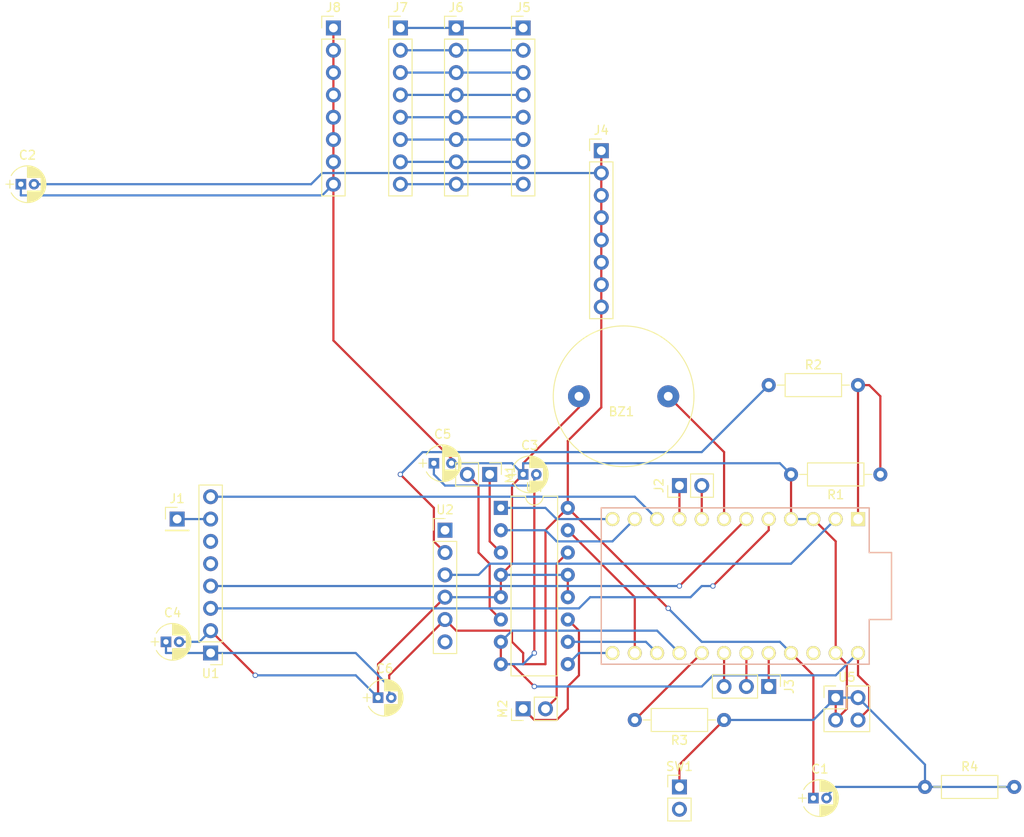
<source format=kicad_pcb>
(kicad_pcb (version 4) (host pcbnew 4.0.7-e2-6376~58~ubuntu16.04.1)

  (general
    (links 91)
    (no_connects 0)
    (area 58.42 19.05 175.26 115.57)
    (thickness 1.6)
    (drawings 0)
    (tracks 200)
    (zones 0)
    (modules 27)
    (nets 42)
  )

  (page A4)
  (layers
    (0 F.Cu signal)
    (31 B.Cu signal)
    (32 B.Adhes user)
    (33 F.Adhes user)
    (34 B.Paste user)
    (35 F.Paste user)
    (36 B.SilkS user)
    (37 F.SilkS user)
    (38 B.Mask user)
    (39 F.Mask user)
    (40 Dwgs.User user)
    (41 Cmts.User user)
    (42 Eco1.User user)
    (43 Eco2.User user)
    (44 Edge.Cuts user)
    (45 Margin user)
    (46 B.CrtYd user)
    (47 F.CrtYd user)
    (48 B.Fab user)
    (49 F.Fab user)
  )

  (setup
    (last_trace_width 0.25)
    (trace_clearance 0.2)
    (zone_clearance 0.508)
    (zone_45_only no)
    (trace_min 0.2)
    (segment_width 0.2)
    (edge_width 0.15)
    (via_size 0.6)
    (via_drill 0.4)
    (via_min_size 0.4)
    (via_min_drill 0.3)
    (uvia_size 0.3)
    (uvia_drill 0.1)
    (uvias_allowed no)
    (uvia_min_size 0.2)
    (uvia_min_drill 0.1)
    (pcb_text_width 0.3)
    (pcb_text_size 1.5 1.5)
    (mod_edge_width 0.15)
    (mod_text_size 1 1)
    (mod_text_width 0.15)
    (pad_size 1.524 1.524)
    (pad_drill 0.762)
    (pad_to_mask_clearance 0.2)
    (aux_axis_origin 0 0)
    (visible_elements FFFFFF7F)
    (pcbplotparams
      (layerselection 0x00030_80000001)
      (usegerberextensions false)
      (excludeedgelayer true)
      (linewidth 0.100000)
      (plotframeref false)
      (viasonmask false)
      (mode 1)
      (useauxorigin false)
      (hpglpennumber 1)
      (hpglpenspeed 20)
      (hpglpendiameter 15)
      (hpglpenoverlay 2)
      (psnegative false)
      (psa4output false)
      (plotreference true)
      (plotvalue true)
      (plotinvisibletext false)
      (padsonsilk false)
      (subtractmaskfromsilk false)
      (outputformat 1)
      (mirror false)
      (drillshape 1)
      (scaleselection 1)
      (outputdirectory ""))
  )

  (net 0 "")
  (net 1 "Net-(J1-Pad1)")
  (net 2 "Net-(J2-Pad1)")
  (net 3 "Net-(J2-Pad2)")
  (net 4 "Net-(J3-Pad1)")
  (net 5 "Net-(J3-Pad2)")
  (net 6 "Net-(J3-Pad3)")
  (net 7 "Net-(M1-Pad1)")
  (net 8 "Net-(M1-Pad2)")
  (net 9 "Net-(M2-Pad1)")
  (net 10 "Net-(M2-Pad2)")
  (net 11 "Net-(R1-Pad1)")
  (net 12 "Net-(R2-Pad1)")
  (net 13 -BATT)
  (net 14 "Net-(R3-Pad2)")
  (net 15 +BATT)
  (net 16 +5V)
  (net 17 "Net-(U1-Pad3)")
  (net 18 "Net-(U1-Pad4)")
  (net 19 "Net-(U1-Pad5)")
  (net 20 "Net-(U1-Pad6)")
  (net 21 "Net-(U1-Pad8)")
  (net 22 "Net-(U2-Pad1)")
  (net 23 "Net-(U2-Pad3)")
  (net 24 "Net-(U2-Pad6)")
  (net 25 "Net-(U3-Pad11)")
  (net 26 "Net-(U3-Pad12)")
  (net 27 "Net-(U3-Pad13)")
  (net 28 "Net-(U3-Pad14)")
  (net 29 "Net-(U3-Pad15)")
  (net 30 "Net-(U3-Pad16)")
  (net 31 "Net-(U3-Pad22)")
  (net 32 +7.5V)
  (net 33 "Net-(BZ1-Pad1)")
  (net 34 "Net-(J5-Pad1)")
  (net 35 "Net-(J5-Pad2)")
  (net 36 "Net-(J5-Pad3)")
  (net 37 "Net-(J5-Pad4)")
  (net 38 "Net-(J5-Pad5)")
  (net 39 "Net-(J5-Pad6)")
  (net 40 "Net-(J5-Pad7)")
  (net 41 "Net-(J5-Pad8)")

  (net_class Default "This is the default net class."
    (clearance 0.2)
    (trace_width 0.25)
    (via_dia 0.6)
    (via_drill 0.4)
    (uvia_dia 0.3)
    (uvia_drill 0.1)
    (add_net +5V)
    (add_net +7.5V)
    (add_net +BATT)
    (add_net -BATT)
    (add_net "Net-(BZ1-Pad1)")
    (add_net "Net-(J1-Pad1)")
    (add_net "Net-(J2-Pad1)")
    (add_net "Net-(J2-Pad2)")
    (add_net "Net-(J3-Pad1)")
    (add_net "Net-(J3-Pad2)")
    (add_net "Net-(J3-Pad3)")
    (add_net "Net-(J5-Pad1)")
    (add_net "Net-(J5-Pad2)")
    (add_net "Net-(J5-Pad3)")
    (add_net "Net-(J5-Pad4)")
    (add_net "Net-(J5-Pad5)")
    (add_net "Net-(J5-Pad6)")
    (add_net "Net-(J5-Pad7)")
    (add_net "Net-(J5-Pad8)")
    (add_net "Net-(M1-Pad1)")
    (add_net "Net-(M1-Pad2)")
    (add_net "Net-(M2-Pad1)")
    (add_net "Net-(M2-Pad2)")
    (add_net "Net-(R1-Pad1)")
    (add_net "Net-(R2-Pad1)")
    (add_net "Net-(R3-Pad2)")
    (add_net "Net-(U1-Pad3)")
    (add_net "Net-(U1-Pad4)")
    (add_net "Net-(U1-Pad5)")
    (add_net "Net-(U1-Pad6)")
    (add_net "Net-(U1-Pad8)")
    (add_net "Net-(U2-Pad1)")
    (add_net "Net-(U2-Pad3)")
    (add_net "Net-(U2-Pad6)")
    (add_net "Net-(U3-Pad11)")
    (add_net "Net-(U3-Pad12)")
    (add_net "Net-(U3-Pad13)")
    (add_net "Net-(U3-Pad14)")
    (add_net "Net-(U3-Pad15)")
    (add_net "Net-(U3-Pad16)")
    (add_net "Net-(U3-Pad22)")
  )

  (module Pin_Headers:Pin_Header_Straight_1x01_Pitch2.54mm (layer F.Cu) (tedit 59650532) (tstamp 5AE68C53)
    (at 78.74 78.74)
    (descr "Through hole straight pin header, 1x01, 2.54mm pitch, single row")
    (tags "Through hole pin header THT 1x01 2.54mm single row")
    (path /5AE68097)
    (fp_text reference J1 (at 0 -2.33) (layer F.SilkS)
      (effects (font (size 1 1) (thickness 0.15)))
    )
    (fp_text value Conn_01x01 (at 0 2.33) (layer F.Fab)
      (effects (font (size 1 1) (thickness 0.15)))
    )
    (fp_line (start -0.635 -1.27) (end 1.27 -1.27) (layer F.Fab) (width 0.1))
    (fp_line (start 1.27 -1.27) (end 1.27 1.27) (layer F.Fab) (width 0.1))
    (fp_line (start 1.27 1.27) (end -1.27 1.27) (layer F.Fab) (width 0.1))
    (fp_line (start -1.27 1.27) (end -1.27 -0.635) (layer F.Fab) (width 0.1))
    (fp_line (start -1.27 -0.635) (end -0.635 -1.27) (layer F.Fab) (width 0.1))
    (fp_line (start -1.33 1.33) (end 1.33 1.33) (layer F.SilkS) (width 0.12))
    (fp_line (start -1.33 1.27) (end -1.33 1.33) (layer F.SilkS) (width 0.12))
    (fp_line (start 1.33 1.27) (end 1.33 1.33) (layer F.SilkS) (width 0.12))
    (fp_line (start -1.33 1.27) (end 1.33 1.27) (layer F.SilkS) (width 0.12))
    (fp_line (start -1.33 0) (end -1.33 -1.33) (layer F.SilkS) (width 0.12))
    (fp_line (start -1.33 -1.33) (end 0 -1.33) (layer F.SilkS) (width 0.12))
    (fp_line (start -1.8 -1.8) (end -1.8 1.8) (layer F.CrtYd) (width 0.05))
    (fp_line (start -1.8 1.8) (end 1.8 1.8) (layer F.CrtYd) (width 0.05))
    (fp_line (start 1.8 1.8) (end 1.8 -1.8) (layer F.CrtYd) (width 0.05))
    (fp_line (start 1.8 -1.8) (end -1.8 -1.8) (layer F.CrtYd) (width 0.05))
    (fp_text user %R (at 0 0 90) (layer F.Fab)
      (effects (font (size 1 1) (thickness 0.15)))
    )
    (pad 1 thru_hole rect (at 0 0) (size 1.7 1.7) (drill 1) (layers *.Cu *.Mask)
      (net 1 "Net-(J1-Pad1)"))
    (model ${KISYS3DMOD}/Pin_Headers.3dshapes/Pin_Header_Straight_1x01_Pitch2.54mm.wrl
      (at (xyz 0 0 0))
      (scale (xyz 1 1 1))
      (rotate (xyz 0 0 0))
    )
  )

  (module Pin_Headers:Pin_Header_Straight_1x03_Pitch2.54mm (layer F.Cu) (tedit 59650532) (tstamp 5AE68C61)
    (at 146.05 97.79 270)
    (descr "Through hole straight pin header, 1x03, 2.54mm pitch, single row")
    (tags "Through hole pin header THT 1x03 2.54mm single row")
    (path /5AE67DC2)
    (fp_text reference J3 (at 0 -2.33 270) (layer F.SilkS)
      (effects (font (size 1 1) (thickness 0.15)))
    )
    (fp_text value Conn_01x03 (at 0 7.41 270) (layer F.Fab)
      (effects (font (size 1 1) (thickness 0.15)))
    )
    (fp_line (start -0.635 -1.27) (end 1.27 -1.27) (layer F.Fab) (width 0.1))
    (fp_line (start 1.27 -1.27) (end 1.27 6.35) (layer F.Fab) (width 0.1))
    (fp_line (start 1.27 6.35) (end -1.27 6.35) (layer F.Fab) (width 0.1))
    (fp_line (start -1.27 6.35) (end -1.27 -0.635) (layer F.Fab) (width 0.1))
    (fp_line (start -1.27 -0.635) (end -0.635 -1.27) (layer F.Fab) (width 0.1))
    (fp_line (start -1.33 6.41) (end 1.33 6.41) (layer F.SilkS) (width 0.12))
    (fp_line (start -1.33 1.27) (end -1.33 6.41) (layer F.SilkS) (width 0.12))
    (fp_line (start 1.33 1.27) (end 1.33 6.41) (layer F.SilkS) (width 0.12))
    (fp_line (start -1.33 1.27) (end 1.33 1.27) (layer F.SilkS) (width 0.12))
    (fp_line (start -1.33 0) (end -1.33 -1.33) (layer F.SilkS) (width 0.12))
    (fp_line (start -1.33 -1.33) (end 0 -1.33) (layer F.SilkS) (width 0.12))
    (fp_line (start -1.8 -1.8) (end -1.8 6.85) (layer F.CrtYd) (width 0.05))
    (fp_line (start -1.8 6.85) (end 1.8 6.85) (layer F.CrtYd) (width 0.05))
    (fp_line (start 1.8 6.85) (end 1.8 -1.8) (layer F.CrtYd) (width 0.05))
    (fp_line (start 1.8 -1.8) (end -1.8 -1.8) (layer F.CrtYd) (width 0.05))
    (fp_text user %R (at 0 2.54 360) (layer F.Fab)
      (effects (font (size 1 1) (thickness 0.15)))
    )
    (pad 1 thru_hole rect (at 0 0 270) (size 1.7 1.7) (drill 1) (layers *.Cu *.Mask)
      (net 4 "Net-(J3-Pad1)"))
    (pad 2 thru_hole oval (at 0 2.54 270) (size 1.7 1.7) (drill 1) (layers *.Cu *.Mask)
      (net 5 "Net-(J3-Pad2)"))
    (pad 3 thru_hole oval (at 0 5.08 270) (size 1.7 1.7) (drill 1) (layers *.Cu *.Mask)
      (net 6 "Net-(J3-Pad3)"))
    (model ${KISYS3DMOD}/Pin_Headers.3dshapes/Pin_Header_Straight_1x03_Pitch2.54mm.wrl
      (at (xyz 0 0 0))
      (scale (xyz 1 1 1))
      (rotate (xyz 0 0 0))
    )
  )

  (module Pin_Headers:Pin_Header_Straight_1x02_Pitch2.54mm (layer F.Cu) (tedit 59650532) (tstamp 5AE68C67)
    (at 114.3 73.66 270)
    (descr "Through hole straight pin header, 1x02, 2.54mm pitch, single row")
    (tags "Through hole pin header THT 1x02 2.54mm single row")
    (path /5AE5A608)
    (fp_text reference M1 (at 0 -2.33 270) (layer F.SilkS)
      (effects (font (size 1 1) (thickness 0.15)))
    )
    (fp_text value Motor_DC (at 0 4.87 270) (layer F.Fab)
      (effects (font (size 1 1) (thickness 0.15)))
    )
    (fp_line (start -0.635 -1.27) (end 1.27 -1.27) (layer F.Fab) (width 0.1))
    (fp_line (start 1.27 -1.27) (end 1.27 3.81) (layer F.Fab) (width 0.1))
    (fp_line (start 1.27 3.81) (end -1.27 3.81) (layer F.Fab) (width 0.1))
    (fp_line (start -1.27 3.81) (end -1.27 -0.635) (layer F.Fab) (width 0.1))
    (fp_line (start -1.27 -0.635) (end -0.635 -1.27) (layer F.Fab) (width 0.1))
    (fp_line (start -1.33 3.87) (end 1.33 3.87) (layer F.SilkS) (width 0.12))
    (fp_line (start -1.33 1.27) (end -1.33 3.87) (layer F.SilkS) (width 0.12))
    (fp_line (start 1.33 1.27) (end 1.33 3.87) (layer F.SilkS) (width 0.12))
    (fp_line (start -1.33 1.27) (end 1.33 1.27) (layer F.SilkS) (width 0.12))
    (fp_line (start -1.33 0) (end -1.33 -1.33) (layer F.SilkS) (width 0.12))
    (fp_line (start -1.33 -1.33) (end 0 -1.33) (layer F.SilkS) (width 0.12))
    (fp_line (start -1.8 -1.8) (end -1.8 4.35) (layer F.CrtYd) (width 0.05))
    (fp_line (start -1.8 4.35) (end 1.8 4.35) (layer F.CrtYd) (width 0.05))
    (fp_line (start 1.8 4.35) (end 1.8 -1.8) (layer F.CrtYd) (width 0.05))
    (fp_line (start 1.8 -1.8) (end -1.8 -1.8) (layer F.CrtYd) (width 0.05))
    (fp_text user %R (at 0 1.27 360) (layer F.Fab)
      (effects (font (size 1 1) (thickness 0.15)))
    )
    (pad 1 thru_hole rect (at 0 0 270) (size 1.7 1.7) (drill 1) (layers *.Cu *.Mask)
      (net 7 "Net-(M1-Pad1)"))
    (pad 2 thru_hole oval (at 0 2.54 270) (size 1.7 1.7) (drill 1) (layers *.Cu *.Mask)
      (net 8 "Net-(M1-Pad2)"))
    (model ${KISYS3DMOD}/Pin_Headers.3dshapes/Pin_Header_Straight_1x02_Pitch2.54mm.wrl
      (at (xyz 0 0 0))
      (scale (xyz 1 1 1))
      (rotate (xyz 0 0 0))
    )
  )

  (module Pin_Headers:Pin_Header_Straight_1x02_Pitch2.54mm (layer F.Cu) (tedit 59650532) (tstamp 5AE68C6D)
    (at 118.11 100.33 90)
    (descr "Through hole straight pin header, 1x02, 2.54mm pitch, single row")
    (tags "Through hole pin header THT 1x02 2.54mm single row")
    (path /5AE5A633)
    (fp_text reference M2 (at 0 -2.33 90) (layer F.SilkS)
      (effects (font (size 1 1) (thickness 0.15)))
    )
    (fp_text value Motor_DC (at 0 4.87 90) (layer F.Fab)
      (effects (font (size 1 1) (thickness 0.15)))
    )
    (fp_line (start -0.635 -1.27) (end 1.27 -1.27) (layer F.Fab) (width 0.1))
    (fp_line (start 1.27 -1.27) (end 1.27 3.81) (layer F.Fab) (width 0.1))
    (fp_line (start 1.27 3.81) (end -1.27 3.81) (layer F.Fab) (width 0.1))
    (fp_line (start -1.27 3.81) (end -1.27 -0.635) (layer F.Fab) (width 0.1))
    (fp_line (start -1.27 -0.635) (end -0.635 -1.27) (layer F.Fab) (width 0.1))
    (fp_line (start -1.33 3.87) (end 1.33 3.87) (layer F.SilkS) (width 0.12))
    (fp_line (start -1.33 1.27) (end -1.33 3.87) (layer F.SilkS) (width 0.12))
    (fp_line (start 1.33 1.27) (end 1.33 3.87) (layer F.SilkS) (width 0.12))
    (fp_line (start -1.33 1.27) (end 1.33 1.27) (layer F.SilkS) (width 0.12))
    (fp_line (start -1.33 0) (end -1.33 -1.33) (layer F.SilkS) (width 0.12))
    (fp_line (start -1.33 -1.33) (end 0 -1.33) (layer F.SilkS) (width 0.12))
    (fp_line (start -1.8 -1.8) (end -1.8 4.35) (layer F.CrtYd) (width 0.05))
    (fp_line (start -1.8 4.35) (end 1.8 4.35) (layer F.CrtYd) (width 0.05))
    (fp_line (start 1.8 4.35) (end 1.8 -1.8) (layer F.CrtYd) (width 0.05))
    (fp_line (start 1.8 -1.8) (end -1.8 -1.8) (layer F.CrtYd) (width 0.05))
    (fp_text user %R (at 0 1.27 180) (layer F.Fab)
      (effects (font (size 1 1) (thickness 0.15)))
    )
    (pad 1 thru_hole rect (at 0 0 90) (size 1.7 1.7) (drill 1) (layers *.Cu *.Mask)
      (net 9 "Net-(M2-Pad1)"))
    (pad 2 thru_hole oval (at 0 2.54 90) (size 1.7 1.7) (drill 1) (layers *.Cu *.Mask)
      (net 10 "Net-(M2-Pad2)"))
    (model ${KISYS3DMOD}/Pin_Headers.3dshapes/Pin_Header_Straight_1x02_Pitch2.54mm.wrl
      (at (xyz 0 0 0))
      (scale (xyz 1 1 1))
      (rotate (xyz 0 0 0))
    )
  )

  (module Resistors_ThroughHole:R_Axial_DIN0207_L6.3mm_D2.5mm_P10.16mm_Horizontal (layer F.Cu) (tedit 5874F706) (tstamp 5AE68C73)
    (at 158.75 73.66 180)
    (descr "Resistor, Axial_DIN0207 series, Axial, Horizontal, pin pitch=10.16mm, 0.25W = 1/4W, length*diameter=6.3*2.5mm^2, http://cdn-reichelt.de/documents/datenblatt/B400/1_4W%23YAG.pdf")
    (tags "Resistor Axial_DIN0207 series Axial Horizontal pin pitch 10.16mm 0.25W = 1/4W length 6.3mm diameter 2.5mm")
    (path /5AE5B463)
    (fp_text reference R1 (at 5.08 -2.31 180) (layer F.SilkS)
      (effects (font (size 1 1) (thickness 0.15)))
    )
    (fp_text value R (at 5.08 2.31 180) (layer F.Fab)
      (effects (font (size 1 1) (thickness 0.15)))
    )
    (fp_line (start 1.93 -1.25) (end 1.93 1.25) (layer F.Fab) (width 0.1))
    (fp_line (start 1.93 1.25) (end 8.23 1.25) (layer F.Fab) (width 0.1))
    (fp_line (start 8.23 1.25) (end 8.23 -1.25) (layer F.Fab) (width 0.1))
    (fp_line (start 8.23 -1.25) (end 1.93 -1.25) (layer F.Fab) (width 0.1))
    (fp_line (start 0 0) (end 1.93 0) (layer F.Fab) (width 0.1))
    (fp_line (start 10.16 0) (end 8.23 0) (layer F.Fab) (width 0.1))
    (fp_line (start 1.87 -1.31) (end 1.87 1.31) (layer F.SilkS) (width 0.12))
    (fp_line (start 1.87 1.31) (end 8.29 1.31) (layer F.SilkS) (width 0.12))
    (fp_line (start 8.29 1.31) (end 8.29 -1.31) (layer F.SilkS) (width 0.12))
    (fp_line (start 8.29 -1.31) (end 1.87 -1.31) (layer F.SilkS) (width 0.12))
    (fp_line (start 0.98 0) (end 1.87 0) (layer F.SilkS) (width 0.12))
    (fp_line (start 9.18 0) (end 8.29 0) (layer F.SilkS) (width 0.12))
    (fp_line (start -1.05 -1.6) (end -1.05 1.6) (layer F.CrtYd) (width 0.05))
    (fp_line (start -1.05 1.6) (end 11.25 1.6) (layer F.CrtYd) (width 0.05))
    (fp_line (start 11.25 1.6) (end 11.25 -1.6) (layer F.CrtYd) (width 0.05))
    (fp_line (start 11.25 -1.6) (end -1.05 -1.6) (layer F.CrtYd) (width 0.05))
    (pad 1 thru_hole circle (at 0 0 180) (size 1.6 1.6) (drill 0.8) (layers *.Cu *.Mask)
      (net 11 "Net-(R1-Pad1)"))
    (pad 2 thru_hole oval (at 10.16 0 180) (size 1.6 1.6) (drill 0.8) (layers *.Cu *.Mask)
      (net 13 -BATT))
    (model ${KISYS3DMOD}/Resistors_THT.3dshapes/R_Axial_DIN0207_L6.3mm_D2.5mm_P10.16mm_Horizontal.wrl
      (at (xyz 0 0 0))
      (scale (xyz 0.393701 0.393701 0.393701))
      (rotate (xyz 0 0 0))
    )
  )

  (module Resistors_ThroughHole:R_Axial_DIN0207_L6.3mm_D2.5mm_P10.16mm_Horizontal (layer F.Cu) (tedit 5874F706) (tstamp 5AE68C79)
    (at 146.05 63.5)
    (descr "Resistor, Axial_DIN0207 series, Axial, Horizontal, pin pitch=10.16mm, 0.25W = 1/4W, length*diameter=6.3*2.5mm^2, http://cdn-reichelt.de/documents/datenblatt/B400/1_4W%23YAG.pdf")
    (tags "Resistor Axial_DIN0207 series Axial Horizontal pin pitch 10.16mm 0.25W = 1/4W length 6.3mm diameter 2.5mm")
    (path /5AE5B434)
    (fp_text reference R2 (at 5.08 -2.31) (layer F.SilkS)
      (effects (font (size 1 1) (thickness 0.15)))
    )
    (fp_text value R (at 5.08 2.31) (layer F.Fab)
      (effects (font (size 1 1) (thickness 0.15)))
    )
    (fp_line (start 1.93 -1.25) (end 1.93 1.25) (layer F.Fab) (width 0.1))
    (fp_line (start 1.93 1.25) (end 8.23 1.25) (layer F.Fab) (width 0.1))
    (fp_line (start 8.23 1.25) (end 8.23 -1.25) (layer F.Fab) (width 0.1))
    (fp_line (start 8.23 -1.25) (end 1.93 -1.25) (layer F.Fab) (width 0.1))
    (fp_line (start 0 0) (end 1.93 0) (layer F.Fab) (width 0.1))
    (fp_line (start 10.16 0) (end 8.23 0) (layer F.Fab) (width 0.1))
    (fp_line (start 1.87 -1.31) (end 1.87 1.31) (layer F.SilkS) (width 0.12))
    (fp_line (start 1.87 1.31) (end 8.29 1.31) (layer F.SilkS) (width 0.12))
    (fp_line (start 8.29 1.31) (end 8.29 -1.31) (layer F.SilkS) (width 0.12))
    (fp_line (start 8.29 -1.31) (end 1.87 -1.31) (layer F.SilkS) (width 0.12))
    (fp_line (start 0.98 0) (end 1.87 0) (layer F.SilkS) (width 0.12))
    (fp_line (start 9.18 0) (end 8.29 0) (layer F.SilkS) (width 0.12))
    (fp_line (start -1.05 -1.6) (end -1.05 1.6) (layer F.CrtYd) (width 0.05))
    (fp_line (start -1.05 1.6) (end 11.25 1.6) (layer F.CrtYd) (width 0.05))
    (fp_line (start 11.25 1.6) (end 11.25 -1.6) (layer F.CrtYd) (width 0.05))
    (fp_line (start 11.25 -1.6) (end -1.05 -1.6) (layer F.CrtYd) (width 0.05))
    (pad 1 thru_hole circle (at 0 0) (size 1.6 1.6) (drill 0.8) (layers *.Cu *.Mask)
      (net 12 "Net-(R2-Pad1)"))
    (pad 2 thru_hole oval (at 10.16 0) (size 1.6 1.6) (drill 0.8) (layers *.Cu *.Mask)
      (net 11 "Net-(R1-Pad1)"))
    (model ${KISYS3DMOD}/Resistors_THT.3dshapes/R_Axial_DIN0207_L6.3mm_D2.5mm_P10.16mm_Horizontal.wrl
      (at (xyz 0 0 0))
      (scale (xyz 0.393701 0.393701 0.393701))
      (rotate (xyz 0 0 0))
    )
  )

  (module Resistors_ThroughHole:R_Axial_DIN0207_L6.3mm_D2.5mm_P10.16mm_Horizontal (layer F.Cu) (tedit 5874F706) (tstamp 5AE68C7F)
    (at 140.97 101.6 180)
    (descr "Resistor, Axial_DIN0207 series, Axial, Horizontal, pin pitch=10.16mm, 0.25W = 1/4W, length*diameter=6.3*2.5mm^2, http://cdn-reichelt.de/documents/datenblatt/B400/1_4W%23YAG.pdf")
    (tags "Resistor Axial_DIN0207 series Axial Horizontal pin pitch 10.16mm 0.25W = 1/4W length 6.3mm diameter 2.5mm")
    (path /5AE5C733)
    (fp_text reference R3 (at 5.08 -2.31 180) (layer F.SilkS)
      (effects (font (size 1 1) (thickness 0.15)))
    )
    (fp_text value R (at 5.08 2.31 180) (layer F.Fab)
      (effects (font (size 1 1) (thickness 0.15)))
    )
    (fp_line (start 1.93 -1.25) (end 1.93 1.25) (layer F.Fab) (width 0.1))
    (fp_line (start 1.93 1.25) (end 8.23 1.25) (layer F.Fab) (width 0.1))
    (fp_line (start 8.23 1.25) (end 8.23 -1.25) (layer F.Fab) (width 0.1))
    (fp_line (start 8.23 -1.25) (end 1.93 -1.25) (layer F.Fab) (width 0.1))
    (fp_line (start 0 0) (end 1.93 0) (layer F.Fab) (width 0.1))
    (fp_line (start 10.16 0) (end 8.23 0) (layer F.Fab) (width 0.1))
    (fp_line (start 1.87 -1.31) (end 1.87 1.31) (layer F.SilkS) (width 0.12))
    (fp_line (start 1.87 1.31) (end 8.29 1.31) (layer F.SilkS) (width 0.12))
    (fp_line (start 8.29 1.31) (end 8.29 -1.31) (layer F.SilkS) (width 0.12))
    (fp_line (start 8.29 -1.31) (end 1.87 -1.31) (layer F.SilkS) (width 0.12))
    (fp_line (start 0.98 0) (end 1.87 0) (layer F.SilkS) (width 0.12))
    (fp_line (start 9.18 0) (end 8.29 0) (layer F.SilkS) (width 0.12))
    (fp_line (start -1.05 -1.6) (end -1.05 1.6) (layer F.CrtYd) (width 0.05))
    (fp_line (start -1.05 1.6) (end 11.25 1.6) (layer F.CrtYd) (width 0.05))
    (fp_line (start 11.25 1.6) (end 11.25 -1.6) (layer F.CrtYd) (width 0.05))
    (fp_line (start 11.25 -1.6) (end -1.05 -1.6) (layer F.CrtYd) (width 0.05))
    (pad 1 thru_hole circle (at 0 0 180) (size 1.6 1.6) (drill 0.8) (layers *.Cu *.Mask)
      (net 13 -BATT))
    (pad 2 thru_hole oval (at 10.16 0 180) (size 1.6 1.6) (drill 0.8) (layers *.Cu *.Mask)
      (net 14 "Net-(R3-Pad2)"))
    (model ${KISYS3DMOD}/Resistors_THT.3dshapes/R_Axial_DIN0207_L6.3mm_D2.5mm_P10.16mm_Horizontal.wrl
      (at (xyz 0 0 0))
      (scale (xyz 0.393701 0.393701 0.393701))
      (rotate (xyz 0 0 0))
    )
  )

  (module Resistors_ThroughHole:R_Axial_DIN0207_L6.3mm_D2.5mm_P10.16mm_Horizontal (layer F.Cu) (tedit 5874F706) (tstamp 5AE68C85)
    (at 163.83 109.22)
    (descr "Resistor, Axial_DIN0207 series, Axial, Horizontal, pin pitch=10.16mm, 0.25W = 1/4W, length*diameter=6.3*2.5mm^2, http://cdn-reichelt.de/documents/datenblatt/B400/1_4W%23YAG.pdf")
    (tags "Resistor Axial_DIN0207 series Axial Horizontal pin pitch 10.16mm 0.25W = 1/4W length 6.3mm diameter 2.5mm")
    (path /5AE5C6F2)
    (fp_text reference R4 (at 5.08 -2.31) (layer F.SilkS)
      (effects (font (size 1 1) (thickness 0.15)))
    )
    (fp_text value R (at 5.08 2.31) (layer F.Fab)
      (effects (font (size 1 1) (thickness 0.15)))
    )
    (fp_line (start 1.93 -1.25) (end 1.93 1.25) (layer F.Fab) (width 0.1))
    (fp_line (start 1.93 1.25) (end 8.23 1.25) (layer F.Fab) (width 0.1))
    (fp_line (start 8.23 1.25) (end 8.23 -1.25) (layer F.Fab) (width 0.1))
    (fp_line (start 8.23 -1.25) (end 1.93 -1.25) (layer F.Fab) (width 0.1))
    (fp_line (start 0 0) (end 1.93 0) (layer F.Fab) (width 0.1))
    (fp_line (start 10.16 0) (end 8.23 0) (layer F.Fab) (width 0.1))
    (fp_line (start 1.87 -1.31) (end 1.87 1.31) (layer F.SilkS) (width 0.12))
    (fp_line (start 1.87 1.31) (end 8.29 1.31) (layer F.SilkS) (width 0.12))
    (fp_line (start 8.29 1.31) (end 8.29 -1.31) (layer F.SilkS) (width 0.12))
    (fp_line (start 8.29 -1.31) (end 1.87 -1.31) (layer F.SilkS) (width 0.12))
    (fp_line (start 0.98 0) (end 1.87 0) (layer F.SilkS) (width 0.12))
    (fp_line (start 9.18 0) (end 8.29 0) (layer F.SilkS) (width 0.12))
    (fp_line (start -1.05 -1.6) (end -1.05 1.6) (layer F.CrtYd) (width 0.05))
    (fp_line (start -1.05 1.6) (end 11.25 1.6) (layer F.CrtYd) (width 0.05))
    (fp_line (start 11.25 1.6) (end 11.25 -1.6) (layer F.CrtYd) (width 0.05))
    (fp_line (start 11.25 -1.6) (end -1.05 -1.6) (layer F.CrtYd) (width 0.05))
    (pad 1 thru_hole circle (at 0 0) (size 1.6 1.6) (drill 0.8) (layers *.Cu *.Mask)
      (net 13 -BATT))
    (pad 2 thru_hole oval (at 10.16 0) (size 1.6 1.6) (drill 0.8) (layers *.Cu *.Mask)
      (net 13 -BATT))
    (model ${KISYS3DMOD}/Resistors_THT.3dshapes/R_Axial_DIN0207_L6.3mm_D2.5mm_P10.16mm_Horizontal.wrl
      (at (xyz 0 0 0))
      (scale (xyz 0.393701 0.393701 0.393701))
      (rotate (xyz 0 0 0))
    )
  )

  (module Pin_Headers:Pin_Header_Straight_1x02_Pitch2.54mm (layer F.Cu) (tedit 59650532) (tstamp 5AE68C8B)
    (at 135.89 109.22)
    (descr "Through hole straight pin header, 1x02, 2.54mm pitch, single row")
    (tags "Through hole pin header THT 1x02 2.54mm single row")
    (path /5AE5AA7A)
    (fp_text reference SW1 (at 0 -2.33) (layer F.SilkS)
      (effects (font (size 1 1) (thickness 0.15)))
    )
    (fp_text value SW_DIP_x01 (at 0 4.87) (layer F.Fab)
      (effects (font (size 1 1) (thickness 0.15)))
    )
    (fp_line (start -0.635 -1.27) (end 1.27 -1.27) (layer F.Fab) (width 0.1))
    (fp_line (start 1.27 -1.27) (end 1.27 3.81) (layer F.Fab) (width 0.1))
    (fp_line (start 1.27 3.81) (end -1.27 3.81) (layer F.Fab) (width 0.1))
    (fp_line (start -1.27 3.81) (end -1.27 -0.635) (layer F.Fab) (width 0.1))
    (fp_line (start -1.27 -0.635) (end -0.635 -1.27) (layer F.Fab) (width 0.1))
    (fp_line (start -1.33 3.87) (end 1.33 3.87) (layer F.SilkS) (width 0.12))
    (fp_line (start -1.33 1.27) (end -1.33 3.87) (layer F.SilkS) (width 0.12))
    (fp_line (start 1.33 1.27) (end 1.33 3.87) (layer F.SilkS) (width 0.12))
    (fp_line (start -1.33 1.27) (end 1.33 1.27) (layer F.SilkS) (width 0.12))
    (fp_line (start -1.33 0) (end -1.33 -1.33) (layer F.SilkS) (width 0.12))
    (fp_line (start -1.33 -1.33) (end 0 -1.33) (layer F.SilkS) (width 0.12))
    (fp_line (start -1.8 -1.8) (end -1.8 4.35) (layer F.CrtYd) (width 0.05))
    (fp_line (start -1.8 4.35) (end 1.8 4.35) (layer F.CrtYd) (width 0.05))
    (fp_line (start 1.8 4.35) (end 1.8 -1.8) (layer F.CrtYd) (width 0.05))
    (fp_line (start 1.8 -1.8) (end -1.8 -1.8) (layer F.CrtYd) (width 0.05))
    (fp_text user %R (at 0 1.27 90) (layer F.Fab)
      (effects (font (size 1 1) (thickness 0.15)))
    )
    (pad 1 thru_hole rect (at 0 0) (size 1.7 1.7) (drill 1) (layers *.Cu *.Mask)
      (net 13 -BATT))
    (pad 2 thru_hole oval (at 0 2.54) (size 1.7 1.7) (drill 1) (layers *.Cu *.Mask)
      (net 15 +BATT))
    (model ${KISYS3DMOD}/Pin_Headers.3dshapes/Pin_Header_Straight_1x02_Pitch2.54mm.wrl
      (at (xyz 0 0 0))
      (scale (xyz 1 1 1))
      (rotate (xyz 0 0 0))
    )
  )

  (module Pin_Headers:Pin_Header_Straight_1x08_Pitch2.54mm (layer F.Cu) (tedit 59650532) (tstamp 5AE68C97)
    (at 82.55 93.98 180)
    (descr "Through hole straight pin header, 1x08, 2.54mm pitch, single row")
    (tags "Through hole pin header THT 1x08 2.54mm single row")
    (path /5AE5B253)
    (fp_text reference U1 (at 0 -2.33 180) (layer F.SilkS)
      (effects (font (size 1 1) (thickness 0.15)))
    )
    (fp_text value MPU6050 (at 0 20.11 180) (layer F.Fab)
      (effects (font (size 1 1) (thickness 0.15)))
    )
    (fp_line (start -0.635 -1.27) (end 1.27 -1.27) (layer F.Fab) (width 0.1))
    (fp_line (start 1.27 -1.27) (end 1.27 19.05) (layer F.Fab) (width 0.1))
    (fp_line (start 1.27 19.05) (end -1.27 19.05) (layer F.Fab) (width 0.1))
    (fp_line (start -1.27 19.05) (end -1.27 -0.635) (layer F.Fab) (width 0.1))
    (fp_line (start -1.27 -0.635) (end -0.635 -1.27) (layer F.Fab) (width 0.1))
    (fp_line (start -1.33 19.11) (end 1.33 19.11) (layer F.SilkS) (width 0.12))
    (fp_line (start -1.33 1.27) (end -1.33 19.11) (layer F.SilkS) (width 0.12))
    (fp_line (start 1.33 1.27) (end 1.33 19.11) (layer F.SilkS) (width 0.12))
    (fp_line (start -1.33 1.27) (end 1.33 1.27) (layer F.SilkS) (width 0.12))
    (fp_line (start -1.33 0) (end -1.33 -1.33) (layer F.SilkS) (width 0.12))
    (fp_line (start -1.33 -1.33) (end 0 -1.33) (layer F.SilkS) (width 0.12))
    (fp_line (start -1.8 -1.8) (end -1.8 19.55) (layer F.CrtYd) (width 0.05))
    (fp_line (start -1.8 19.55) (end 1.8 19.55) (layer F.CrtYd) (width 0.05))
    (fp_line (start 1.8 19.55) (end 1.8 -1.8) (layer F.CrtYd) (width 0.05))
    (fp_line (start 1.8 -1.8) (end -1.8 -1.8) (layer F.CrtYd) (width 0.05))
    (fp_text user %R (at 0 8.89 270) (layer F.Fab)
      (effects (font (size 1 1) (thickness 0.15)))
    )
    (pad 1 thru_hole rect (at 0 0 180) (size 1.7 1.7) (drill 1) (layers *.Cu *.Mask)
      (net 16 +5V))
    (pad 2 thru_hole oval (at 0 2.54 180) (size 1.7 1.7) (drill 1) (layers *.Cu *.Mask)
      (net 13 -BATT))
    (pad 3 thru_hole oval (at 0 5.08 180) (size 1.7 1.7) (drill 1) (layers *.Cu *.Mask)
      (net 17 "Net-(U1-Pad3)"))
    (pad 4 thru_hole oval (at 0 7.62 180) (size 1.7 1.7) (drill 1) (layers *.Cu *.Mask)
      (net 18 "Net-(U1-Pad4)"))
    (pad 5 thru_hole oval (at 0 10.16 180) (size 1.7 1.7) (drill 1) (layers *.Cu *.Mask)
      (net 19 "Net-(U1-Pad5)"))
    (pad 6 thru_hole oval (at 0 12.7 180) (size 1.7 1.7) (drill 1) (layers *.Cu *.Mask)
      (net 20 "Net-(U1-Pad6)"))
    (pad 7 thru_hole oval (at 0 15.24 180) (size 1.7 1.7) (drill 1) (layers *.Cu *.Mask)
      (net 1 "Net-(J1-Pad1)"))
    (pad 8 thru_hole oval (at 0 17.78 180) (size 1.7 1.7) (drill 1) (layers *.Cu *.Mask)
      (net 21 "Net-(U1-Pad8)"))
    (model ${KISYS3DMOD}/Pin_Headers.3dshapes/Pin_Header_Straight_1x08_Pitch2.54mm.wrl
      (at (xyz 0 0 0))
      (scale (xyz 1 1 1))
      (rotate (xyz 0 0 0))
    )
  )

  (module Pin_Headers:Pin_Header_Straight_1x06_Pitch2.54mm (layer F.Cu) (tedit 59650532) (tstamp 5AE68CA1)
    (at 109.22 80.01)
    (descr "Through hole straight pin header, 1x06, 2.54mm pitch, single row")
    (tags "Through hole pin header THT 1x06 2.54mm single row")
    (path /5AE59EFF)
    (fp_text reference U2 (at 0 -2.33) (layer F.SilkS)
      (effects (font (size 1 1) (thickness 0.15)))
    )
    (fp_text value HC05 (at 0 15.03) (layer F.Fab)
      (effects (font (size 1 1) (thickness 0.15)))
    )
    (fp_line (start -0.635 -1.27) (end 1.27 -1.27) (layer F.Fab) (width 0.1))
    (fp_line (start 1.27 -1.27) (end 1.27 13.97) (layer F.Fab) (width 0.1))
    (fp_line (start 1.27 13.97) (end -1.27 13.97) (layer F.Fab) (width 0.1))
    (fp_line (start -1.27 13.97) (end -1.27 -0.635) (layer F.Fab) (width 0.1))
    (fp_line (start -1.27 -0.635) (end -0.635 -1.27) (layer F.Fab) (width 0.1))
    (fp_line (start -1.33 14.03) (end 1.33 14.03) (layer F.SilkS) (width 0.12))
    (fp_line (start -1.33 1.27) (end -1.33 14.03) (layer F.SilkS) (width 0.12))
    (fp_line (start 1.33 1.27) (end 1.33 14.03) (layer F.SilkS) (width 0.12))
    (fp_line (start -1.33 1.27) (end 1.33 1.27) (layer F.SilkS) (width 0.12))
    (fp_line (start -1.33 0) (end -1.33 -1.33) (layer F.SilkS) (width 0.12))
    (fp_line (start -1.33 -1.33) (end 0 -1.33) (layer F.SilkS) (width 0.12))
    (fp_line (start -1.8 -1.8) (end -1.8 14.5) (layer F.CrtYd) (width 0.05))
    (fp_line (start -1.8 14.5) (end 1.8 14.5) (layer F.CrtYd) (width 0.05))
    (fp_line (start 1.8 14.5) (end 1.8 -1.8) (layer F.CrtYd) (width 0.05))
    (fp_line (start 1.8 -1.8) (end -1.8 -1.8) (layer F.CrtYd) (width 0.05))
    (fp_text user %R (at 0 6.35 90) (layer F.Fab)
      (effects (font (size 1 1) (thickness 0.15)))
    )
    (pad 1 thru_hole rect (at 0 0) (size 1.7 1.7) (drill 1) (layers *.Cu *.Mask)
      (net 22 "Net-(U2-Pad1)"))
    (pad 2 thru_hole oval (at 0 2.54) (size 1.7 1.7) (drill 1) (layers *.Cu *.Mask)
      (net 12 "Net-(R2-Pad1)"))
    (pad 3 thru_hole oval (at 0 5.08) (size 1.7 1.7) (drill 1) (layers *.Cu *.Mask)
      (net 23 "Net-(U2-Pad3)"))
    (pad 4 thru_hole oval (at 0 7.62) (size 1.7 1.7) (drill 1) (layers *.Cu *.Mask)
      (net 13 -BATT))
    (pad 5 thru_hole oval (at 0 10.16) (size 1.7 1.7) (drill 1) (layers *.Cu *.Mask)
      (net 16 +5V))
    (pad 6 thru_hole oval (at 0 12.7) (size 1.7 1.7) (drill 1) (layers *.Cu *.Mask)
      (net 24 "Net-(U2-Pad6)"))
    (model ${KISYS3DMOD}/Pin_Headers.3dshapes/Pin_Header_Straight_1x06_Pitch2.54mm.wrl
      (at (xyz 0 0 0))
      (scale (xyz 1 1 1))
      (rotate (xyz 0 0 0))
    )
  )

  (module promicro:ProMicro (layer F.Cu) (tedit 5A06A962) (tstamp 5AE68CBD)
    (at 142.24 86.36 180)
    (descr "Pro Micro footprint")
    (tags "promicro ProMicro")
    (path /5AE5988C)
    (fp_text reference U3 (at 0 -10.16 180) (layer F.SilkS) hide
      (effects (font (size 1 1) (thickness 0.15)))
    )
    (fp_text value ProMicro (at 0 10.16 180) (layer F.Fab)
      (effects (font (size 1 1) (thickness 0.15)))
    )
    (fp_line (start 15.24 -8.89) (end 15.24 8.89) (layer B.SilkS) (width 0.15))
    (fp_line (start 15.24 8.89) (end -15.24 8.89) (layer B.SilkS) (width 0.15))
    (fp_line (start -15.24 8.89) (end -15.24 3.81) (layer B.SilkS) (width 0.15))
    (fp_line (start -15.24 3.81) (end -17.78 3.81) (layer B.SilkS) (width 0.15))
    (fp_line (start -17.78 3.81) (end -17.78 -3.81) (layer B.SilkS) (width 0.15))
    (fp_line (start -17.78 -3.81) (end -15.24 -3.81) (layer B.SilkS) (width 0.15))
    (fp_line (start -15.24 -3.81) (end -15.24 -8.89) (layer B.SilkS) (width 0.15))
    (fp_line (start -15.24 -8.89) (end 15.24 -8.89) (layer B.SilkS) (width 0.15))
    (fp_line (start -15.24 8.89) (end 15.24 8.89) (layer F.SilkS) (width 0.15))
    (fp_line (start -15.24 8.89) (end -15.24 3.81) (layer F.SilkS) (width 0.15))
    (fp_line (start -15.24 3.81) (end -17.78 3.81) (layer F.SilkS) (width 0.15))
    (fp_line (start -17.78 3.81) (end -17.78 -3.81) (layer F.SilkS) (width 0.15))
    (fp_line (start -17.78 -3.81) (end -15.24 -3.81) (layer F.SilkS) (width 0.15))
    (fp_line (start -15.24 -3.81) (end -15.24 -8.89) (layer F.SilkS) (width 0.15))
    (fp_line (start -15.24 -8.89) (end 15.24 -8.89) (layer F.SilkS) (width 0.15))
    (fp_line (start 15.24 -8.89) (end 15.24 8.89) (layer F.SilkS) (width 0.15))
    (pad 1 thru_hole rect (at -13.97 7.62 180) (size 1.6 1.6) (drill 1.1) (layers *.Cu *.Mask F.SilkS)
      (net 11 "Net-(R1-Pad1)"))
    (pad 2 thru_hole circle (at -11.43 7.62 180) (size 1.6 1.6) (drill 1.1) (layers *.Cu *.Mask F.SilkS)
      (net 23 "Net-(U2-Pad3)"))
    (pad 3 thru_hole circle (at -8.89 7.62 180) (size 1.6 1.6) (drill 1.1) (layers *.Cu *.Mask F.SilkS)
      (net 13 -BATT))
    (pad 4 thru_hole circle (at -6.35 7.62 180) (size 1.6 1.6) (drill 1.1) (layers *.Cu *.Mask F.SilkS)
      (net 13 -BATT))
    (pad 5 thru_hole circle (at -3.81 7.62 180) (size 1.6 1.6) (drill 1.1) (layers *.Cu *.Mask F.SilkS)
      (net 17 "Net-(U1-Pad3)"))
    (pad 6 thru_hole circle (at -1.27 7.62 180) (size 1.6 1.6) (drill 1.1) (layers *.Cu *.Mask F.SilkS)
      (net 18 "Net-(U1-Pad4)"))
    (pad 7 thru_hole circle (at 1.27 7.62 180) (size 1.6 1.6) (drill 1.1) (layers *.Cu *.Mask F.SilkS)
      (net 33 "Net-(BZ1-Pad1)"))
    (pad 8 thru_hole circle (at 3.81 7.62 180) (size 1.6 1.6) (drill 1.1) (layers *.Cu *.Mask F.SilkS)
      (net 3 "Net-(J2-Pad2)"))
    (pad 9 thru_hole circle (at 6.35 7.62 180) (size 1.6 1.6) (drill 1.1) (layers *.Cu *.Mask F.SilkS)
      (net 2 "Net-(J2-Pad1)"))
    (pad 10 thru_hole circle (at 8.89 7.62 180) (size 1.6 1.6) (drill 1.1) (layers *.Cu *.Mask F.SilkS)
      (net 21 "Net-(U1-Pad8)"))
    (pad 11 thru_hole circle (at 11.43 7.62 180) (size 1.6 1.6) (drill 1.1) (layers *.Cu *.Mask F.SilkS)
      (net 25 "Net-(U3-Pad11)"))
    (pad 12 thru_hole circle (at 13.97 7.62 180) (size 1.6 1.6) (drill 1.1) (layers *.Cu *.Mask F.SilkS)
      (net 26 "Net-(U3-Pad12)"))
    (pad 13 thru_hole circle (at 13.97 -7.62 180) (size 1.6 1.6) (drill 1.1) (layers *.Cu *.Mask F.SilkS)
      (net 27 "Net-(U3-Pad13)"))
    (pad 14 thru_hole circle (at 11.43 -7.62 180) (size 1.6 1.6) (drill 1.1) (layers *.Cu *.Mask F.SilkS)
      (net 28 "Net-(U3-Pad14)"))
    (pad 15 thru_hole circle (at 8.89 -7.62 180) (size 1.6 1.6) (drill 1.1) (layers *.Cu *.Mask F.SilkS)
      (net 29 "Net-(U3-Pad15)"))
    (pad 16 thru_hole circle (at 6.35 -7.62 180) (size 1.6 1.6) (drill 1.1) (layers *.Cu *.Mask F.SilkS)
      (net 30 "Net-(U3-Pad16)"))
    (pad 17 thru_hole circle (at 3.81 -7.62 180) (size 1.6 1.6) (drill 1.1) (layers *.Cu *.Mask F.SilkS)
      (net 14 "Net-(R3-Pad2)"))
    (pad 18 thru_hole circle (at 1.27 -7.62 180) (size 1.6 1.6) (drill 1.1) (layers *.Cu *.Mask F.SilkS)
      (net 6 "Net-(J3-Pad3)"))
    (pad 19 thru_hole circle (at -1.27 -7.62 180) (size 1.6 1.6) (drill 1.1) (layers *.Cu *.Mask F.SilkS)
      (net 5 "Net-(J3-Pad2)"))
    (pad 20 thru_hole circle (at -3.81 -7.62 180) (size 1.6 1.6) (drill 1.1) (layers *.Cu *.Mask F.SilkS)
      (net 4 "Net-(J3-Pad1)"))
    (pad 21 thru_hole circle (at -6.35 -7.62 180) (size 1.6 1.6) (drill 1.1) (layers *.Cu *.Mask F.SilkS)
      (net 16 +5V))
    (pad 22 thru_hole circle (at -8.89 -7.62 180) (size 1.6 1.6) (drill 1.1) (layers *.Cu *.Mask F.SilkS)
      (net 31 "Net-(U3-Pad22)"))
    (pad 23 thru_hole circle (at -11.43 -7.62 180) (size 1.6 1.6) (drill 1.1) (layers *.Cu *.Mask F.SilkS)
      (net 13 -BATT))
    (pad 24 thru_hole circle (at -13.97 -7.62 180) (size 1.6 1.6) (drill 1.1) (layers *.Cu *.Mask F.SilkS)
      (net 32 +7.5V))
  )

  (module Housings_DIP:DIP-16_W7.62mm (layer F.Cu) (tedit 59C78D6B) (tstamp 5AE68CD1)
    (at 115.57 77.47)
    (descr "16-lead though-hole mounted DIP package, row spacing 7.62 mm (300 mils)")
    (tags "THT DIP DIL PDIP 2.54mm 7.62mm 300mil")
    (path /5AE59960)
    (fp_text reference U4 (at 3.81 -2.33) (layer F.SilkS)
      (effects (font (size 1 1) (thickness 0.15)))
    )
    (fp_text value SN754410 (at 3.81 20.11) (layer F.Fab)
      (effects (font (size 1 1) (thickness 0.15)))
    )
    (fp_arc (start 3.81 -1.33) (end 2.81 -1.33) (angle -180) (layer F.SilkS) (width 0.12))
    (fp_line (start 1.635 -1.27) (end 6.985 -1.27) (layer F.Fab) (width 0.1))
    (fp_line (start 6.985 -1.27) (end 6.985 19.05) (layer F.Fab) (width 0.1))
    (fp_line (start 6.985 19.05) (end 0.635 19.05) (layer F.Fab) (width 0.1))
    (fp_line (start 0.635 19.05) (end 0.635 -0.27) (layer F.Fab) (width 0.1))
    (fp_line (start 0.635 -0.27) (end 1.635 -1.27) (layer F.Fab) (width 0.1))
    (fp_line (start 2.81 -1.33) (end 1.16 -1.33) (layer F.SilkS) (width 0.12))
    (fp_line (start 1.16 -1.33) (end 1.16 19.11) (layer F.SilkS) (width 0.12))
    (fp_line (start 1.16 19.11) (end 6.46 19.11) (layer F.SilkS) (width 0.12))
    (fp_line (start 6.46 19.11) (end 6.46 -1.33) (layer F.SilkS) (width 0.12))
    (fp_line (start 6.46 -1.33) (end 4.81 -1.33) (layer F.SilkS) (width 0.12))
    (fp_line (start -1.1 -1.55) (end -1.1 19.3) (layer F.CrtYd) (width 0.05))
    (fp_line (start -1.1 19.3) (end 8.7 19.3) (layer F.CrtYd) (width 0.05))
    (fp_line (start 8.7 19.3) (end 8.7 -1.55) (layer F.CrtYd) (width 0.05))
    (fp_line (start 8.7 -1.55) (end -1.1 -1.55) (layer F.CrtYd) (width 0.05))
    (fp_text user %R (at 3.81 8.89) (layer F.Fab)
      (effects (font (size 1 1) (thickness 0.15)))
    )
    (pad 1 thru_hole rect (at 0 0) (size 1.6 1.6) (drill 0.8) (layers *.Cu *.Mask)
      (net 26 "Net-(U3-Pad12)"))
    (pad 9 thru_hole oval (at 7.62 17.78) (size 1.6 1.6) (drill 0.8) (layers *.Cu *.Mask)
      (net 27 "Net-(U3-Pad13)"))
    (pad 2 thru_hole oval (at 0 2.54) (size 1.6 1.6) (drill 0.8) (layers *.Cu *.Mask)
      (net 25 "Net-(U3-Pad11)"))
    (pad 10 thru_hole oval (at 7.62 15.24) (size 1.6 1.6) (drill 0.8) (layers *.Cu *.Mask)
      (net 29 "Net-(U3-Pad15)"))
    (pad 3 thru_hole oval (at 0 5.08) (size 1.6 1.6) (drill 0.8) (layers *.Cu *.Mask)
      (net 7 "Net-(M1-Pad1)"))
    (pad 11 thru_hole oval (at 7.62 12.7) (size 1.6 1.6) (drill 0.8) (layers *.Cu *.Mask)
      (net 9 "Net-(M2-Pad1)"))
    (pad 4 thru_hole oval (at 0 7.62) (size 1.6 1.6) (drill 0.8) (layers *.Cu *.Mask)
      (net 13 -BATT))
    (pad 12 thru_hole oval (at 7.62 10.16) (size 1.6 1.6) (drill 0.8) (layers *.Cu *.Mask)
      (net 13 -BATT))
    (pad 5 thru_hole oval (at 0 10.16) (size 1.6 1.6) (drill 0.8) (layers *.Cu *.Mask)
      (net 13 -BATT))
    (pad 13 thru_hole oval (at 7.62 7.62) (size 1.6 1.6) (drill 0.8) (layers *.Cu *.Mask)
      (net 13 -BATT))
    (pad 6 thru_hole oval (at 0 12.7) (size 1.6 1.6) (drill 0.8) (layers *.Cu *.Mask)
      (net 8 "Net-(M1-Pad2)"))
    (pad 14 thru_hole oval (at 7.62 5.08) (size 1.6 1.6) (drill 0.8) (layers *.Cu *.Mask)
      (net 10 "Net-(M2-Pad2)"))
    (pad 7 thru_hole oval (at 0 15.24) (size 1.6 1.6) (drill 0.8) (layers *.Cu *.Mask)
      (net 30 "Net-(U3-Pad16)"))
    (pad 15 thru_hole oval (at 7.62 2.54) (size 1.6 1.6) (drill 0.8) (layers *.Cu *.Mask)
      (net 28 "Net-(U3-Pad14)"))
    (pad 8 thru_hole oval (at 0 17.78) (size 1.6 1.6) (drill 0.8) (layers *.Cu *.Mask)
      (net 32 +7.5V))
    (pad 16 thru_hole oval (at 7.62 0) (size 1.6 1.6) (drill 0.8) (layers *.Cu *.Mask)
      (net 16 +5V))
    (model ${KISYS3DMOD}/Housings_DIP.3dshapes/DIP-16_W7.62mm.wrl
      (at (xyz 0 0 0))
      (scale (xyz 1 1 1))
      (rotate (xyz 0 0 0))
    )
  )

  (module Pin_Headers:Pin_Header_Straight_2x02_Pitch2.54mm (layer F.Cu) (tedit 59650532) (tstamp 5AE68CD9)
    (at 153.67 99.06)
    (descr "Through hole straight pin header, 2x02, 2.54mm pitch, double rows")
    (tags "Through hole pin header THT 2x02 2.54mm double row")
    (path /5AE5A7F7)
    (fp_text reference U5 (at 1.27 -2.33) (layer F.SilkS)
      (effects (font (size 1 1) (thickness 0.15)))
    )
    (fp_text value Buck-Boost (at 1.27 4.87) (layer F.Fab)
      (effects (font (size 1 1) (thickness 0.15)))
    )
    (fp_line (start 0 -1.27) (end 3.81 -1.27) (layer F.Fab) (width 0.1))
    (fp_line (start 3.81 -1.27) (end 3.81 3.81) (layer F.Fab) (width 0.1))
    (fp_line (start 3.81 3.81) (end -1.27 3.81) (layer F.Fab) (width 0.1))
    (fp_line (start -1.27 3.81) (end -1.27 0) (layer F.Fab) (width 0.1))
    (fp_line (start -1.27 0) (end 0 -1.27) (layer F.Fab) (width 0.1))
    (fp_line (start -1.33 3.87) (end 3.87 3.87) (layer F.SilkS) (width 0.12))
    (fp_line (start -1.33 1.27) (end -1.33 3.87) (layer F.SilkS) (width 0.12))
    (fp_line (start 3.87 -1.33) (end 3.87 3.87) (layer F.SilkS) (width 0.12))
    (fp_line (start -1.33 1.27) (end 1.27 1.27) (layer F.SilkS) (width 0.12))
    (fp_line (start 1.27 1.27) (end 1.27 -1.33) (layer F.SilkS) (width 0.12))
    (fp_line (start 1.27 -1.33) (end 3.87 -1.33) (layer F.SilkS) (width 0.12))
    (fp_line (start -1.33 0) (end -1.33 -1.33) (layer F.SilkS) (width 0.12))
    (fp_line (start -1.33 -1.33) (end 0 -1.33) (layer F.SilkS) (width 0.12))
    (fp_line (start -1.8 -1.8) (end -1.8 4.35) (layer F.CrtYd) (width 0.05))
    (fp_line (start -1.8 4.35) (end 4.35 4.35) (layer F.CrtYd) (width 0.05))
    (fp_line (start 4.35 4.35) (end 4.35 -1.8) (layer F.CrtYd) (width 0.05))
    (fp_line (start 4.35 -1.8) (end -1.8 -1.8) (layer F.CrtYd) (width 0.05))
    (fp_text user %R (at 1.27 1.27 90) (layer F.Fab)
      (effects (font (size 1 1) (thickness 0.15)))
    )
    (pad 1 thru_hole rect (at 0 0) (size 1.7 1.7) (drill 1) (layers *.Cu *.Mask)
      (net 13 -BATT))
    (pad 2 thru_hole oval (at 2.54 0) (size 1.7 1.7) (drill 1) (layers *.Cu *.Mask)
      (net 13 -BATT))
    (pad 3 thru_hole oval (at 0 2.54) (size 1.7 1.7) (drill 1) (layers *.Cu *.Mask)
      (net 13 -BATT))
    (pad 4 thru_hole oval (at 2.54 2.54) (size 1.7 1.7) (drill 1) (layers *.Cu *.Mask)
      (net 32 +7.5V))
    (model ${KISYS3DMOD}/Pin_Headers.3dshapes/Pin_Header_Straight_2x02_Pitch2.54mm.wrl
      (at (xyz 0 0 0))
      (scale (xyz 1 1 1))
      (rotate (xyz 0 0 0))
    )
  )

  (module Buzzers_Beepers:BUZZER (layer F.Cu) (tedit 0) (tstamp 5AE6C170)
    (at 129.54 64.77 180)
    (path /5AE6BD34)
    (fp_text reference BZ1 (at 0.24892 -1.75006 180) (layer F.SilkS)
      (effects (font (size 1 1) (thickness 0.15)))
    )
    (fp_text value Buzzer (at 0 1.50114 180) (layer F.Fab)
      (effects (font (size 1 1) (thickness 0.15)))
    )
    (fp_circle (center 0 0) (end 8.001 0.24892) (layer F.SilkS) (width 0.12))
    (pad 2 thru_hole circle (at 5.08 0 180) (size 2.49936 2.49936) (drill 1.00076) (layers *.Cu *.Mask)
      (net 13 -BATT))
    (pad 1 thru_hole circle (at -5.08 0 180) (size 2.49936 2.49936) (drill 1.00076) (layers *.Cu *.Mask)
      (net 33 "Net-(BZ1-Pad1)"))
  )

  (module Pin_Headers:Pin_Header_Straight_1x08_Pitch2.54mm (layer F.Cu) (tedit 59650532) (tstamp 5AE6C17C)
    (at 127 36.83)
    (descr "Through hole straight pin header, 1x08, 2.54mm pitch, single row")
    (tags "Through hole pin header THT 1x08 2.54mm single row")
    (path /5AE6CBD7)
    (fp_text reference J4 (at 0 -2.33) (layer F.SilkS)
      (effects (font (size 1 1) (thickness 0.15)))
    )
    (fp_text value Conn_01x08 (at 0 20.11) (layer F.Fab)
      (effects (font (size 1 1) (thickness 0.15)))
    )
    (fp_line (start -0.635 -1.27) (end 1.27 -1.27) (layer F.Fab) (width 0.1))
    (fp_line (start 1.27 -1.27) (end 1.27 19.05) (layer F.Fab) (width 0.1))
    (fp_line (start 1.27 19.05) (end -1.27 19.05) (layer F.Fab) (width 0.1))
    (fp_line (start -1.27 19.05) (end -1.27 -0.635) (layer F.Fab) (width 0.1))
    (fp_line (start -1.27 -0.635) (end -0.635 -1.27) (layer F.Fab) (width 0.1))
    (fp_line (start -1.33 19.11) (end 1.33 19.11) (layer F.SilkS) (width 0.12))
    (fp_line (start -1.33 1.27) (end -1.33 19.11) (layer F.SilkS) (width 0.12))
    (fp_line (start 1.33 1.27) (end 1.33 19.11) (layer F.SilkS) (width 0.12))
    (fp_line (start -1.33 1.27) (end 1.33 1.27) (layer F.SilkS) (width 0.12))
    (fp_line (start -1.33 0) (end -1.33 -1.33) (layer F.SilkS) (width 0.12))
    (fp_line (start -1.33 -1.33) (end 0 -1.33) (layer F.SilkS) (width 0.12))
    (fp_line (start -1.8 -1.8) (end -1.8 19.55) (layer F.CrtYd) (width 0.05))
    (fp_line (start -1.8 19.55) (end 1.8 19.55) (layer F.CrtYd) (width 0.05))
    (fp_line (start 1.8 19.55) (end 1.8 -1.8) (layer F.CrtYd) (width 0.05))
    (fp_line (start 1.8 -1.8) (end -1.8 -1.8) (layer F.CrtYd) (width 0.05))
    (fp_text user %R (at 0 8.89 90) (layer F.Fab)
      (effects (font (size 1 1) (thickness 0.15)))
    )
    (pad 1 thru_hole rect (at 0 0) (size 1.7 1.7) (drill 1) (layers *.Cu *.Mask)
      (net 16 +5V))
    (pad 2 thru_hole oval (at 0 2.54) (size 1.7 1.7) (drill 1) (layers *.Cu *.Mask)
      (net 16 +5V))
    (pad 3 thru_hole oval (at 0 5.08) (size 1.7 1.7) (drill 1) (layers *.Cu *.Mask)
      (net 16 +5V))
    (pad 4 thru_hole oval (at 0 7.62) (size 1.7 1.7) (drill 1) (layers *.Cu *.Mask)
      (net 16 +5V))
    (pad 5 thru_hole oval (at 0 10.16) (size 1.7 1.7) (drill 1) (layers *.Cu *.Mask)
      (net 16 +5V))
    (pad 6 thru_hole oval (at 0 12.7) (size 1.7 1.7) (drill 1) (layers *.Cu *.Mask)
      (net 16 +5V))
    (pad 7 thru_hole oval (at 0 15.24) (size 1.7 1.7) (drill 1) (layers *.Cu *.Mask)
      (net 16 +5V))
    (pad 8 thru_hole oval (at 0 17.78) (size 1.7 1.7) (drill 1) (layers *.Cu *.Mask)
      (net 16 +5V))
    (model ${KISYS3DMOD}/Pin_Headers.3dshapes/Pin_Header_Straight_1x08_Pitch2.54mm.wrl
      (at (xyz 0 0 0))
      (scale (xyz 1 1 1))
      (rotate (xyz 0 0 0))
    )
  )

  (module Pin_Headers:Pin_Header_Straight_1x08_Pitch2.54mm (layer F.Cu) (tedit 59650532) (tstamp 5AE6C188)
    (at 118.11 22.86)
    (descr "Through hole straight pin header, 1x08, 2.54mm pitch, single row")
    (tags "Through hole pin header THT 1x08 2.54mm single row")
    (path /5AE6D841)
    (fp_text reference J5 (at 0 -2.33) (layer F.SilkS)
      (effects (font (size 1 1) (thickness 0.15)))
    )
    (fp_text value Conn_01x08 (at 0 20.11) (layer F.Fab)
      (effects (font (size 1 1) (thickness 0.15)))
    )
    (fp_line (start -0.635 -1.27) (end 1.27 -1.27) (layer F.Fab) (width 0.1))
    (fp_line (start 1.27 -1.27) (end 1.27 19.05) (layer F.Fab) (width 0.1))
    (fp_line (start 1.27 19.05) (end -1.27 19.05) (layer F.Fab) (width 0.1))
    (fp_line (start -1.27 19.05) (end -1.27 -0.635) (layer F.Fab) (width 0.1))
    (fp_line (start -1.27 -0.635) (end -0.635 -1.27) (layer F.Fab) (width 0.1))
    (fp_line (start -1.33 19.11) (end 1.33 19.11) (layer F.SilkS) (width 0.12))
    (fp_line (start -1.33 1.27) (end -1.33 19.11) (layer F.SilkS) (width 0.12))
    (fp_line (start 1.33 1.27) (end 1.33 19.11) (layer F.SilkS) (width 0.12))
    (fp_line (start -1.33 1.27) (end 1.33 1.27) (layer F.SilkS) (width 0.12))
    (fp_line (start -1.33 0) (end -1.33 -1.33) (layer F.SilkS) (width 0.12))
    (fp_line (start -1.33 -1.33) (end 0 -1.33) (layer F.SilkS) (width 0.12))
    (fp_line (start -1.8 -1.8) (end -1.8 19.55) (layer F.CrtYd) (width 0.05))
    (fp_line (start -1.8 19.55) (end 1.8 19.55) (layer F.CrtYd) (width 0.05))
    (fp_line (start 1.8 19.55) (end 1.8 -1.8) (layer F.CrtYd) (width 0.05))
    (fp_line (start 1.8 -1.8) (end -1.8 -1.8) (layer F.CrtYd) (width 0.05))
    (fp_text user %R (at 0 8.89 90) (layer F.Fab)
      (effects (font (size 1 1) (thickness 0.15)))
    )
    (pad 1 thru_hole rect (at 0 0) (size 1.7 1.7) (drill 1) (layers *.Cu *.Mask)
      (net 34 "Net-(J5-Pad1)"))
    (pad 2 thru_hole oval (at 0 2.54) (size 1.7 1.7) (drill 1) (layers *.Cu *.Mask)
      (net 35 "Net-(J5-Pad2)"))
    (pad 3 thru_hole oval (at 0 5.08) (size 1.7 1.7) (drill 1) (layers *.Cu *.Mask)
      (net 36 "Net-(J5-Pad3)"))
    (pad 4 thru_hole oval (at 0 7.62) (size 1.7 1.7) (drill 1) (layers *.Cu *.Mask)
      (net 37 "Net-(J5-Pad4)"))
    (pad 5 thru_hole oval (at 0 10.16) (size 1.7 1.7) (drill 1) (layers *.Cu *.Mask)
      (net 38 "Net-(J5-Pad5)"))
    (pad 6 thru_hole oval (at 0 12.7) (size 1.7 1.7) (drill 1) (layers *.Cu *.Mask)
      (net 39 "Net-(J5-Pad6)"))
    (pad 7 thru_hole oval (at 0 15.24) (size 1.7 1.7) (drill 1) (layers *.Cu *.Mask)
      (net 40 "Net-(J5-Pad7)"))
    (pad 8 thru_hole oval (at 0 17.78) (size 1.7 1.7) (drill 1) (layers *.Cu *.Mask)
      (net 41 "Net-(J5-Pad8)"))
    (model ${KISYS3DMOD}/Pin_Headers.3dshapes/Pin_Header_Straight_1x08_Pitch2.54mm.wrl
      (at (xyz 0 0 0))
      (scale (xyz 1 1 1))
      (rotate (xyz 0 0 0))
    )
  )

  (module Pin_Headers:Pin_Header_Straight_1x08_Pitch2.54mm (layer F.Cu) (tedit 59650532) (tstamp 5AE6C194)
    (at 110.49 22.86)
    (descr "Through hole straight pin header, 1x08, 2.54mm pitch, single row")
    (tags "Through hole pin header THT 1x08 2.54mm single row")
    (path /5AE6D0E1)
    (fp_text reference J6 (at 0 -2.33) (layer F.SilkS)
      (effects (font (size 1 1) (thickness 0.15)))
    )
    (fp_text value Conn_01x08 (at 0 20.11) (layer F.Fab)
      (effects (font (size 1 1) (thickness 0.15)))
    )
    (fp_line (start -0.635 -1.27) (end 1.27 -1.27) (layer F.Fab) (width 0.1))
    (fp_line (start 1.27 -1.27) (end 1.27 19.05) (layer F.Fab) (width 0.1))
    (fp_line (start 1.27 19.05) (end -1.27 19.05) (layer F.Fab) (width 0.1))
    (fp_line (start -1.27 19.05) (end -1.27 -0.635) (layer F.Fab) (width 0.1))
    (fp_line (start -1.27 -0.635) (end -0.635 -1.27) (layer F.Fab) (width 0.1))
    (fp_line (start -1.33 19.11) (end 1.33 19.11) (layer F.SilkS) (width 0.12))
    (fp_line (start -1.33 1.27) (end -1.33 19.11) (layer F.SilkS) (width 0.12))
    (fp_line (start 1.33 1.27) (end 1.33 19.11) (layer F.SilkS) (width 0.12))
    (fp_line (start -1.33 1.27) (end 1.33 1.27) (layer F.SilkS) (width 0.12))
    (fp_line (start -1.33 0) (end -1.33 -1.33) (layer F.SilkS) (width 0.12))
    (fp_line (start -1.33 -1.33) (end 0 -1.33) (layer F.SilkS) (width 0.12))
    (fp_line (start -1.8 -1.8) (end -1.8 19.55) (layer F.CrtYd) (width 0.05))
    (fp_line (start -1.8 19.55) (end 1.8 19.55) (layer F.CrtYd) (width 0.05))
    (fp_line (start 1.8 19.55) (end 1.8 -1.8) (layer F.CrtYd) (width 0.05))
    (fp_line (start 1.8 -1.8) (end -1.8 -1.8) (layer F.CrtYd) (width 0.05))
    (fp_text user %R (at 0 8.89 90) (layer F.Fab)
      (effects (font (size 1 1) (thickness 0.15)))
    )
    (pad 1 thru_hole rect (at 0 0) (size 1.7 1.7) (drill 1) (layers *.Cu *.Mask)
      (net 34 "Net-(J5-Pad1)"))
    (pad 2 thru_hole oval (at 0 2.54) (size 1.7 1.7) (drill 1) (layers *.Cu *.Mask)
      (net 35 "Net-(J5-Pad2)"))
    (pad 3 thru_hole oval (at 0 5.08) (size 1.7 1.7) (drill 1) (layers *.Cu *.Mask)
      (net 36 "Net-(J5-Pad3)"))
    (pad 4 thru_hole oval (at 0 7.62) (size 1.7 1.7) (drill 1) (layers *.Cu *.Mask)
      (net 37 "Net-(J5-Pad4)"))
    (pad 5 thru_hole oval (at 0 10.16) (size 1.7 1.7) (drill 1) (layers *.Cu *.Mask)
      (net 38 "Net-(J5-Pad5)"))
    (pad 6 thru_hole oval (at 0 12.7) (size 1.7 1.7) (drill 1) (layers *.Cu *.Mask)
      (net 39 "Net-(J5-Pad6)"))
    (pad 7 thru_hole oval (at 0 15.24) (size 1.7 1.7) (drill 1) (layers *.Cu *.Mask)
      (net 40 "Net-(J5-Pad7)"))
    (pad 8 thru_hole oval (at 0 17.78) (size 1.7 1.7) (drill 1) (layers *.Cu *.Mask)
      (net 41 "Net-(J5-Pad8)"))
    (model ${KISYS3DMOD}/Pin_Headers.3dshapes/Pin_Header_Straight_1x08_Pitch2.54mm.wrl
      (at (xyz 0 0 0))
      (scale (xyz 1 1 1))
      (rotate (xyz 0 0 0))
    )
  )

  (module Pin_Headers:Pin_Header_Straight_1x08_Pitch2.54mm (layer F.Cu) (tedit 59650532) (tstamp 5AE6C1A0)
    (at 104.14 22.86)
    (descr "Through hole straight pin header, 1x08, 2.54mm pitch, single row")
    (tags "Through hole pin header THT 1x08 2.54mm single row")
    (path /5AE6D056)
    (fp_text reference J7 (at 0 -2.33) (layer F.SilkS)
      (effects (font (size 1 1) (thickness 0.15)))
    )
    (fp_text value Conn_01x08 (at 0 20.11) (layer F.Fab)
      (effects (font (size 1 1) (thickness 0.15)))
    )
    (fp_line (start -0.635 -1.27) (end 1.27 -1.27) (layer F.Fab) (width 0.1))
    (fp_line (start 1.27 -1.27) (end 1.27 19.05) (layer F.Fab) (width 0.1))
    (fp_line (start 1.27 19.05) (end -1.27 19.05) (layer F.Fab) (width 0.1))
    (fp_line (start -1.27 19.05) (end -1.27 -0.635) (layer F.Fab) (width 0.1))
    (fp_line (start -1.27 -0.635) (end -0.635 -1.27) (layer F.Fab) (width 0.1))
    (fp_line (start -1.33 19.11) (end 1.33 19.11) (layer F.SilkS) (width 0.12))
    (fp_line (start -1.33 1.27) (end -1.33 19.11) (layer F.SilkS) (width 0.12))
    (fp_line (start 1.33 1.27) (end 1.33 19.11) (layer F.SilkS) (width 0.12))
    (fp_line (start -1.33 1.27) (end 1.33 1.27) (layer F.SilkS) (width 0.12))
    (fp_line (start -1.33 0) (end -1.33 -1.33) (layer F.SilkS) (width 0.12))
    (fp_line (start -1.33 -1.33) (end 0 -1.33) (layer F.SilkS) (width 0.12))
    (fp_line (start -1.8 -1.8) (end -1.8 19.55) (layer F.CrtYd) (width 0.05))
    (fp_line (start -1.8 19.55) (end 1.8 19.55) (layer F.CrtYd) (width 0.05))
    (fp_line (start 1.8 19.55) (end 1.8 -1.8) (layer F.CrtYd) (width 0.05))
    (fp_line (start 1.8 -1.8) (end -1.8 -1.8) (layer F.CrtYd) (width 0.05))
    (fp_text user %R (at 0 8.89 90) (layer F.Fab)
      (effects (font (size 1 1) (thickness 0.15)))
    )
    (pad 1 thru_hole rect (at 0 0) (size 1.7 1.7) (drill 1) (layers *.Cu *.Mask)
      (net 34 "Net-(J5-Pad1)"))
    (pad 2 thru_hole oval (at 0 2.54) (size 1.7 1.7) (drill 1) (layers *.Cu *.Mask)
      (net 35 "Net-(J5-Pad2)"))
    (pad 3 thru_hole oval (at 0 5.08) (size 1.7 1.7) (drill 1) (layers *.Cu *.Mask)
      (net 36 "Net-(J5-Pad3)"))
    (pad 4 thru_hole oval (at 0 7.62) (size 1.7 1.7) (drill 1) (layers *.Cu *.Mask)
      (net 37 "Net-(J5-Pad4)"))
    (pad 5 thru_hole oval (at 0 10.16) (size 1.7 1.7) (drill 1) (layers *.Cu *.Mask)
      (net 38 "Net-(J5-Pad5)"))
    (pad 6 thru_hole oval (at 0 12.7) (size 1.7 1.7) (drill 1) (layers *.Cu *.Mask)
      (net 39 "Net-(J5-Pad6)"))
    (pad 7 thru_hole oval (at 0 15.24) (size 1.7 1.7) (drill 1) (layers *.Cu *.Mask)
      (net 40 "Net-(J5-Pad7)"))
    (pad 8 thru_hole oval (at 0 17.78) (size 1.7 1.7) (drill 1) (layers *.Cu *.Mask)
      (net 41 "Net-(J5-Pad8)"))
    (model ${KISYS3DMOD}/Pin_Headers.3dshapes/Pin_Header_Straight_1x08_Pitch2.54mm.wrl
      (at (xyz 0 0 0))
      (scale (xyz 1 1 1))
      (rotate (xyz 0 0 0))
    )
  )

  (module Pin_Headers:Pin_Header_Straight_1x08_Pitch2.54mm (layer F.Cu) (tedit 59650532) (tstamp 5AE6C1AC)
    (at 96.52 22.86)
    (descr "Through hole straight pin header, 1x08, 2.54mm pitch, single row")
    (tags "Through hole pin header THT 1x08 2.54mm single row")
    (path /5AE6DD92)
    (fp_text reference J8 (at 0 -2.33) (layer F.SilkS)
      (effects (font (size 1 1) (thickness 0.15)))
    )
    (fp_text value Conn_01x08 (at 0 20.11) (layer F.Fab)
      (effects (font (size 1 1) (thickness 0.15)))
    )
    (fp_line (start -0.635 -1.27) (end 1.27 -1.27) (layer F.Fab) (width 0.1))
    (fp_line (start 1.27 -1.27) (end 1.27 19.05) (layer F.Fab) (width 0.1))
    (fp_line (start 1.27 19.05) (end -1.27 19.05) (layer F.Fab) (width 0.1))
    (fp_line (start -1.27 19.05) (end -1.27 -0.635) (layer F.Fab) (width 0.1))
    (fp_line (start -1.27 -0.635) (end -0.635 -1.27) (layer F.Fab) (width 0.1))
    (fp_line (start -1.33 19.11) (end 1.33 19.11) (layer F.SilkS) (width 0.12))
    (fp_line (start -1.33 1.27) (end -1.33 19.11) (layer F.SilkS) (width 0.12))
    (fp_line (start 1.33 1.27) (end 1.33 19.11) (layer F.SilkS) (width 0.12))
    (fp_line (start -1.33 1.27) (end 1.33 1.27) (layer F.SilkS) (width 0.12))
    (fp_line (start -1.33 0) (end -1.33 -1.33) (layer F.SilkS) (width 0.12))
    (fp_line (start -1.33 -1.33) (end 0 -1.33) (layer F.SilkS) (width 0.12))
    (fp_line (start -1.8 -1.8) (end -1.8 19.55) (layer F.CrtYd) (width 0.05))
    (fp_line (start -1.8 19.55) (end 1.8 19.55) (layer F.CrtYd) (width 0.05))
    (fp_line (start 1.8 19.55) (end 1.8 -1.8) (layer F.CrtYd) (width 0.05))
    (fp_line (start 1.8 -1.8) (end -1.8 -1.8) (layer F.CrtYd) (width 0.05))
    (fp_text user %R (at 0 8.89 90) (layer F.Fab)
      (effects (font (size 1 1) (thickness 0.15)))
    )
    (pad 1 thru_hole rect (at 0 0) (size 1.7 1.7) (drill 1) (layers *.Cu *.Mask)
      (net 13 -BATT))
    (pad 2 thru_hole oval (at 0 2.54) (size 1.7 1.7) (drill 1) (layers *.Cu *.Mask)
      (net 13 -BATT))
    (pad 3 thru_hole oval (at 0 5.08) (size 1.7 1.7) (drill 1) (layers *.Cu *.Mask)
      (net 13 -BATT))
    (pad 4 thru_hole oval (at 0 7.62) (size 1.7 1.7) (drill 1) (layers *.Cu *.Mask)
      (net 13 -BATT))
    (pad 5 thru_hole oval (at 0 10.16) (size 1.7 1.7) (drill 1) (layers *.Cu *.Mask)
      (net 13 -BATT))
    (pad 6 thru_hole oval (at 0 12.7) (size 1.7 1.7) (drill 1) (layers *.Cu *.Mask)
      (net 13 -BATT))
    (pad 7 thru_hole oval (at 0 15.24) (size 1.7 1.7) (drill 1) (layers *.Cu *.Mask)
      (net 13 -BATT))
    (pad 8 thru_hole oval (at 0 17.78) (size 1.7 1.7) (drill 1) (layers *.Cu *.Mask)
      (net 13 -BATT))
    (model ${KISYS3DMOD}/Pin_Headers.3dshapes/Pin_Header_Straight_1x08_Pitch2.54mm.wrl
      (at (xyz 0 0 0))
      (scale (xyz 1 1 1))
      (rotate (xyz 0 0 0))
    )
  )

  (module Pin_Headers:Pin_Header_Straight_1x02_Pitch2.54mm (layer F.Cu) (tedit 59650532) (tstamp 5AE6C219)
    (at 135.89 74.93 90)
    (descr "Through hole straight pin header, 1x02, 2.54mm pitch, single row")
    (tags "Through hole pin header THT 1x02 2.54mm single row")
    (path /5AE6C712)
    (fp_text reference J2 (at 0 -2.33 90) (layer F.SilkS)
      (effects (font (size 1 1) (thickness 0.15)))
    )
    (fp_text value Conn_01x02 (at 0 4.87 90) (layer F.Fab)
      (effects (font (size 1 1) (thickness 0.15)))
    )
    (fp_line (start -0.635 -1.27) (end 1.27 -1.27) (layer F.Fab) (width 0.1))
    (fp_line (start 1.27 -1.27) (end 1.27 3.81) (layer F.Fab) (width 0.1))
    (fp_line (start 1.27 3.81) (end -1.27 3.81) (layer F.Fab) (width 0.1))
    (fp_line (start -1.27 3.81) (end -1.27 -0.635) (layer F.Fab) (width 0.1))
    (fp_line (start -1.27 -0.635) (end -0.635 -1.27) (layer F.Fab) (width 0.1))
    (fp_line (start -1.33 3.87) (end 1.33 3.87) (layer F.SilkS) (width 0.12))
    (fp_line (start -1.33 1.27) (end -1.33 3.87) (layer F.SilkS) (width 0.12))
    (fp_line (start 1.33 1.27) (end 1.33 3.87) (layer F.SilkS) (width 0.12))
    (fp_line (start -1.33 1.27) (end 1.33 1.27) (layer F.SilkS) (width 0.12))
    (fp_line (start -1.33 0) (end -1.33 -1.33) (layer F.SilkS) (width 0.12))
    (fp_line (start -1.33 -1.33) (end 0 -1.33) (layer F.SilkS) (width 0.12))
    (fp_line (start -1.8 -1.8) (end -1.8 4.35) (layer F.CrtYd) (width 0.05))
    (fp_line (start -1.8 4.35) (end 1.8 4.35) (layer F.CrtYd) (width 0.05))
    (fp_line (start 1.8 4.35) (end 1.8 -1.8) (layer F.CrtYd) (width 0.05))
    (fp_line (start 1.8 -1.8) (end -1.8 -1.8) (layer F.CrtYd) (width 0.05))
    (fp_text user %R (at 0 1.27 180) (layer F.Fab)
      (effects (font (size 1 1) (thickness 0.15)))
    )
    (pad 1 thru_hole rect (at 0 0 90) (size 1.7 1.7) (drill 1) (layers *.Cu *.Mask)
      (net 2 "Net-(J2-Pad1)"))
    (pad 2 thru_hole oval (at 0 2.54 90) (size 1.7 1.7) (drill 1) (layers *.Cu *.Mask)
      (net 3 "Net-(J2-Pad2)"))
    (model ${KISYS3DMOD}/Pin_Headers.3dshapes/Pin_Header_Straight_1x02_Pitch2.54mm.wrl
      (at (xyz 0 0 0))
      (scale (xyz 1 1 1))
      (rotate (xyz 0 0 0))
    )
  )

  (module Capacitors_ThroughHole:CP_Radial_D4.0mm_P2.00mm (layer F.Cu) (tedit 597BC7C2) (tstamp 5AE8503A)
    (at 107.95 72.39)
    (descr "CP, Radial series, Radial, pin pitch=2.00mm, , diameter=4mm, Electrolytic Capacitor")
    (tags "CP Radial series Radial pin pitch 2.00mm  diameter 4mm Electrolytic Capacitor")
    (path /5AE849BC)
    (fp_text reference C5 (at 1 -3.31) (layer F.SilkS)
      (effects (font (size 1 1) (thickness 0.15)))
    )
    (fp_text value CP (at 1 3.31) (layer F.Fab)
      (effects (font (size 1 1) (thickness 0.15)))
    )
    (fp_arc (start 1 0) (end -0.845996 -0.98) (angle 124.1) (layer F.SilkS) (width 0.12))
    (fp_arc (start 1 0) (end -0.845996 0.98) (angle -124.1) (layer F.SilkS) (width 0.12))
    (fp_arc (start 1 0) (end 2.845996 -0.98) (angle 55.9) (layer F.SilkS) (width 0.12))
    (fp_circle (center 1 0) (end 3 0) (layer F.Fab) (width 0.1))
    (fp_line (start -1.7 0) (end -0.8 0) (layer F.Fab) (width 0.1))
    (fp_line (start -1.25 -0.45) (end -1.25 0.45) (layer F.Fab) (width 0.1))
    (fp_line (start 1 -2.05) (end 1 2.05) (layer F.SilkS) (width 0.12))
    (fp_line (start 1.04 -2.05) (end 1.04 2.05) (layer F.SilkS) (width 0.12))
    (fp_line (start 1.08 -2.049) (end 1.08 2.049) (layer F.SilkS) (width 0.12))
    (fp_line (start 1.12 -2.047) (end 1.12 2.047) (layer F.SilkS) (width 0.12))
    (fp_line (start 1.16 -2.044) (end 1.16 2.044) (layer F.SilkS) (width 0.12))
    (fp_line (start 1.2 -2.041) (end 1.2 2.041) (layer F.SilkS) (width 0.12))
    (fp_line (start 1.24 -2.037) (end 1.24 -0.78) (layer F.SilkS) (width 0.12))
    (fp_line (start 1.24 0.78) (end 1.24 2.037) (layer F.SilkS) (width 0.12))
    (fp_line (start 1.28 -2.032) (end 1.28 -0.78) (layer F.SilkS) (width 0.12))
    (fp_line (start 1.28 0.78) (end 1.28 2.032) (layer F.SilkS) (width 0.12))
    (fp_line (start 1.32 -2.026) (end 1.32 -0.78) (layer F.SilkS) (width 0.12))
    (fp_line (start 1.32 0.78) (end 1.32 2.026) (layer F.SilkS) (width 0.12))
    (fp_line (start 1.36 -2.019) (end 1.36 -0.78) (layer F.SilkS) (width 0.12))
    (fp_line (start 1.36 0.78) (end 1.36 2.019) (layer F.SilkS) (width 0.12))
    (fp_line (start 1.4 -2.012) (end 1.4 -0.78) (layer F.SilkS) (width 0.12))
    (fp_line (start 1.4 0.78) (end 1.4 2.012) (layer F.SilkS) (width 0.12))
    (fp_line (start 1.44 -2.004) (end 1.44 -0.78) (layer F.SilkS) (width 0.12))
    (fp_line (start 1.44 0.78) (end 1.44 2.004) (layer F.SilkS) (width 0.12))
    (fp_line (start 1.48 -1.995) (end 1.48 -0.78) (layer F.SilkS) (width 0.12))
    (fp_line (start 1.48 0.78) (end 1.48 1.995) (layer F.SilkS) (width 0.12))
    (fp_line (start 1.52 -1.985) (end 1.52 -0.78) (layer F.SilkS) (width 0.12))
    (fp_line (start 1.52 0.78) (end 1.52 1.985) (layer F.SilkS) (width 0.12))
    (fp_line (start 1.56 -1.974) (end 1.56 -0.78) (layer F.SilkS) (width 0.12))
    (fp_line (start 1.56 0.78) (end 1.56 1.974) (layer F.SilkS) (width 0.12))
    (fp_line (start 1.6 -1.963) (end 1.6 -0.78) (layer F.SilkS) (width 0.12))
    (fp_line (start 1.6 0.78) (end 1.6 1.963) (layer F.SilkS) (width 0.12))
    (fp_line (start 1.64 -1.95) (end 1.64 -0.78) (layer F.SilkS) (width 0.12))
    (fp_line (start 1.64 0.78) (end 1.64 1.95) (layer F.SilkS) (width 0.12))
    (fp_line (start 1.68 -1.937) (end 1.68 -0.78) (layer F.SilkS) (width 0.12))
    (fp_line (start 1.68 0.78) (end 1.68 1.937) (layer F.SilkS) (width 0.12))
    (fp_line (start 1.721 -1.923) (end 1.721 -0.78) (layer F.SilkS) (width 0.12))
    (fp_line (start 1.721 0.78) (end 1.721 1.923) (layer F.SilkS) (width 0.12))
    (fp_line (start 1.761 -1.907) (end 1.761 -0.78) (layer F.SilkS) (width 0.12))
    (fp_line (start 1.761 0.78) (end 1.761 1.907) (layer F.SilkS) (width 0.12))
    (fp_line (start 1.801 -1.891) (end 1.801 -0.78) (layer F.SilkS) (width 0.12))
    (fp_line (start 1.801 0.78) (end 1.801 1.891) (layer F.SilkS) (width 0.12))
    (fp_line (start 1.841 -1.874) (end 1.841 -0.78) (layer F.SilkS) (width 0.12))
    (fp_line (start 1.841 0.78) (end 1.841 1.874) (layer F.SilkS) (width 0.12))
    (fp_line (start 1.881 -1.856) (end 1.881 -0.78) (layer F.SilkS) (width 0.12))
    (fp_line (start 1.881 0.78) (end 1.881 1.856) (layer F.SilkS) (width 0.12))
    (fp_line (start 1.921 -1.837) (end 1.921 -0.78) (layer F.SilkS) (width 0.12))
    (fp_line (start 1.921 0.78) (end 1.921 1.837) (layer F.SilkS) (width 0.12))
    (fp_line (start 1.961 -1.817) (end 1.961 -0.78) (layer F.SilkS) (width 0.12))
    (fp_line (start 1.961 0.78) (end 1.961 1.817) (layer F.SilkS) (width 0.12))
    (fp_line (start 2.001 -1.796) (end 2.001 -0.78) (layer F.SilkS) (width 0.12))
    (fp_line (start 2.001 0.78) (end 2.001 1.796) (layer F.SilkS) (width 0.12))
    (fp_line (start 2.041 -1.773) (end 2.041 -0.78) (layer F.SilkS) (width 0.12))
    (fp_line (start 2.041 0.78) (end 2.041 1.773) (layer F.SilkS) (width 0.12))
    (fp_line (start 2.081 -1.75) (end 2.081 -0.78) (layer F.SilkS) (width 0.12))
    (fp_line (start 2.081 0.78) (end 2.081 1.75) (layer F.SilkS) (width 0.12))
    (fp_line (start 2.121 -1.725) (end 2.121 -0.78) (layer F.SilkS) (width 0.12))
    (fp_line (start 2.121 0.78) (end 2.121 1.725) (layer F.SilkS) (width 0.12))
    (fp_line (start 2.161 -1.699) (end 2.161 -0.78) (layer F.SilkS) (width 0.12))
    (fp_line (start 2.161 0.78) (end 2.161 1.699) (layer F.SilkS) (width 0.12))
    (fp_line (start 2.201 -1.672) (end 2.201 -0.78) (layer F.SilkS) (width 0.12))
    (fp_line (start 2.201 0.78) (end 2.201 1.672) (layer F.SilkS) (width 0.12))
    (fp_line (start 2.241 -1.643) (end 2.241 -0.78) (layer F.SilkS) (width 0.12))
    (fp_line (start 2.241 0.78) (end 2.241 1.643) (layer F.SilkS) (width 0.12))
    (fp_line (start 2.281 -1.613) (end 2.281 -0.78) (layer F.SilkS) (width 0.12))
    (fp_line (start 2.281 0.78) (end 2.281 1.613) (layer F.SilkS) (width 0.12))
    (fp_line (start 2.321 -1.581) (end 2.321 -0.78) (layer F.SilkS) (width 0.12))
    (fp_line (start 2.321 0.78) (end 2.321 1.581) (layer F.SilkS) (width 0.12))
    (fp_line (start 2.361 -1.547) (end 2.361 -0.78) (layer F.SilkS) (width 0.12))
    (fp_line (start 2.361 0.78) (end 2.361 1.547) (layer F.SilkS) (width 0.12))
    (fp_line (start 2.401 -1.512) (end 2.401 -0.78) (layer F.SilkS) (width 0.12))
    (fp_line (start 2.401 0.78) (end 2.401 1.512) (layer F.SilkS) (width 0.12))
    (fp_line (start 2.441 -1.475) (end 2.441 -0.78) (layer F.SilkS) (width 0.12))
    (fp_line (start 2.441 0.78) (end 2.441 1.475) (layer F.SilkS) (width 0.12))
    (fp_line (start 2.481 -1.436) (end 2.481 -0.78) (layer F.SilkS) (width 0.12))
    (fp_line (start 2.481 0.78) (end 2.481 1.436) (layer F.SilkS) (width 0.12))
    (fp_line (start 2.521 -1.395) (end 2.521 -0.78) (layer F.SilkS) (width 0.12))
    (fp_line (start 2.521 0.78) (end 2.521 1.395) (layer F.SilkS) (width 0.12))
    (fp_line (start 2.561 -1.351) (end 2.561 -0.78) (layer F.SilkS) (width 0.12))
    (fp_line (start 2.561 0.78) (end 2.561 1.351) (layer F.SilkS) (width 0.12))
    (fp_line (start 2.601 -1.305) (end 2.601 -0.78) (layer F.SilkS) (width 0.12))
    (fp_line (start 2.601 0.78) (end 2.601 1.305) (layer F.SilkS) (width 0.12))
    (fp_line (start 2.641 -1.256) (end 2.641 -0.78) (layer F.SilkS) (width 0.12))
    (fp_line (start 2.641 0.78) (end 2.641 1.256) (layer F.SilkS) (width 0.12))
    (fp_line (start 2.681 -1.204) (end 2.681 -0.78) (layer F.SilkS) (width 0.12))
    (fp_line (start 2.681 0.78) (end 2.681 1.204) (layer F.SilkS) (width 0.12))
    (fp_line (start 2.721 -1.148) (end 2.721 -0.78) (layer F.SilkS) (width 0.12))
    (fp_line (start 2.721 0.78) (end 2.721 1.148) (layer F.SilkS) (width 0.12))
    (fp_line (start 2.761 -1.088) (end 2.761 -0.78) (layer F.SilkS) (width 0.12))
    (fp_line (start 2.761 0.78) (end 2.761 1.088) (layer F.SilkS) (width 0.12))
    (fp_line (start 2.801 -1.023) (end 2.801 1.023) (layer F.SilkS) (width 0.12))
    (fp_line (start 2.841 -0.952) (end 2.841 0.952) (layer F.SilkS) (width 0.12))
    (fp_line (start 2.881 -0.874) (end 2.881 0.874) (layer F.SilkS) (width 0.12))
    (fp_line (start 2.921 -0.786) (end 2.921 0.786) (layer F.SilkS) (width 0.12))
    (fp_line (start 2.961 -0.686) (end 2.961 0.686) (layer F.SilkS) (width 0.12))
    (fp_line (start 3.001 -0.567) (end 3.001 0.567) (layer F.SilkS) (width 0.12))
    (fp_line (start 3.041 -0.415) (end 3.041 0.415) (layer F.SilkS) (width 0.12))
    (fp_line (start 3.081 -0.165) (end 3.081 0.165) (layer F.SilkS) (width 0.12))
    (fp_line (start -1.7 0) (end -0.8 0) (layer F.SilkS) (width 0.12))
    (fp_line (start -1.25 -0.45) (end -1.25 0.45) (layer F.SilkS) (width 0.12))
    (fp_line (start -1.35 -2.35) (end -1.35 2.35) (layer F.CrtYd) (width 0.05))
    (fp_line (start -1.35 2.35) (end 3.35 2.35) (layer F.CrtYd) (width 0.05))
    (fp_line (start 3.35 2.35) (end 3.35 -2.35) (layer F.CrtYd) (width 0.05))
    (fp_line (start 3.35 -2.35) (end -1.35 -2.35) (layer F.CrtYd) (width 0.05))
    (fp_text user %R (at 1 0) (layer F.Fab)
      (effects (font (size 1 1) (thickness 0.15)))
    )
    (pad 1 thru_hole rect (at 0 0) (size 1.2 1.2) (drill 0.6) (layers *.Cu *.Mask)
      (net 32 +7.5V))
    (pad 2 thru_hole circle (at 2 0) (size 1.2 1.2) (drill 0.6) (layers *.Cu *.Mask)
      (net 13 -BATT))
    (model ${KISYS3DMOD}/Capacitors_THT.3dshapes/CP_Radial_D4.0mm_P2.00mm.wrl
      (at (xyz 0 0 0))
      (scale (xyz 1 1 1))
      (rotate (xyz 0 0 0))
    )
  )

  (module Capacitors_ThroughHole:CP_Radial_D4.0mm_P1.50mm (layer F.Cu) (tedit 597BC7C2) (tstamp 5AE851F9)
    (at 151.13 110.49)
    (descr "CP, Radial series, Radial, pin pitch=1.50mm, , diameter=4mm, Electrolytic Capacitor")
    (tags "CP Radial series Radial pin pitch 1.50mm  diameter 4mm Electrolytic Capacitor")
    (path /5AE84700)
    (fp_text reference C1 (at 0.75 -3.31) (layer F.SilkS)
      (effects (font (size 1 1) (thickness 0.15)))
    )
    (fp_text value C_Small (at 0.75 3.31) (layer F.Fab)
      (effects (font (size 1 1) (thickness 0.15)))
    )
    (fp_arc (start 0.75 0) (end -1.095996 -0.98) (angle 124.1) (layer F.SilkS) (width 0.12))
    (fp_arc (start 0.75 0) (end -1.095996 0.98) (angle -124.1) (layer F.SilkS) (width 0.12))
    (fp_arc (start 0.75 0) (end 2.595996 -0.98) (angle 55.9) (layer F.SilkS) (width 0.12))
    (fp_circle (center 0.75 0) (end 2.75 0) (layer F.Fab) (width 0.1))
    (fp_line (start -1.7 0) (end -0.8 0) (layer F.Fab) (width 0.1))
    (fp_line (start -1.25 -0.45) (end -1.25 0.45) (layer F.Fab) (width 0.1))
    (fp_line (start 0.75 0.78) (end 0.75 2.05) (layer F.SilkS) (width 0.12))
    (fp_line (start 0.75 -2.05) (end 0.75 -0.78) (layer F.SilkS) (width 0.12))
    (fp_line (start 0.79 -2.05) (end 0.79 -0.78) (layer F.SilkS) (width 0.12))
    (fp_line (start 0.79 0.78) (end 0.79 2.05) (layer F.SilkS) (width 0.12))
    (fp_line (start 0.83 -2.049) (end 0.83 -0.78) (layer F.SilkS) (width 0.12))
    (fp_line (start 0.83 0.78) (end 0.83 2.049) (layer F.SilkS) (width 0.12))
    (fp_line (start 0.87 -2.047) (end 0.87 -0.78) (layer F.SilkS) (width 0.12))
    (fp_line (start 0.87 0.78) (end 0.87 2.047) (layer F.SilkS) (width 0.12))
    (fp_line (start 0.91 -2.044) (end 0.91 -0.78) (layer F.SilkS) (width 0.12))
    (fp_line (start 0.91 0.78) (end 0.91 2.044) (layer F.SilkS) (width 0.12))
    (fp_line (start 0.95 -2.041) (end 0.95 -0.78) (layer F.SilkS) (width 0.12))
    (fp_line (start 0.95 0.78) (end 0.95 2.041) (layer F.SilkS) (width 0.12))
    (fp_line (start 0.99 -2.037) (end 0.99 -0.78) (layer F.SilkS) (width 0.12))
    (fp_line (start 0.99 0.78) (end 0.99 2.037) (layer F.SilkS) (width 0.12))
    (fp_line (start 1.03 -2.032) (end 1.03 -0.78) (layer F.SilkS) (width 0.12))
    (fp_line (start 1.03 0.78) (end 1.03 2.032) (layer F.SilkS) (width 0.12))
    (fp_line (start 1.07 -2.026) (end 1.07 -0.78) (layer F.SilkS) (width 0.12))
    (fp_line (start 1.07 0.78) (end 1.07 2.026) (layer F.SilkS) (width 0.12))
    (fp_line (start 1.11 -2.019) (end 1.11 -0.78) (layer F.SilkS) (width 0.12))
    (fp_line (start 1.11 0.78) (end 1.11 2.019) (layer F.SilkS) (width 0.12))
    (fp_line (start 1.15 -2.012) (end 1.15 -0.78) (layer F.SilkS) (width 0.12))
    (fp_line (start 1.15 0.78) (end 1.15 2.012) (layer F.SilkS) (width 0.12))
    (fp_line (start 1.19 -2.004) (end 1.19 -0.78) (layer F.SilkS) (width 0.12))
    (fp_line (start 1.19 0.78) (end 1.19 2.004) (layer F.SilkS) (width 0.12))
    (fp_line (start 1.23 -1.995) (end 1.23 -0.78) (layer F.SilkS) (width 0.12))
    (fp_line (start 1.23 0.78) (end 1.23 1.995) (layer F.SilkS) (width 0.12))
    (fp_line (start 1.27 -1.985) (end 1.27 -0.78) (layer F.SilkS) (width 0.12))
    (fp_line (start 1.27 0.78) (end 1.27 1.985) (layer F.SilkS) (width 0.12))
    (fp_line (start 1.31 -1.974) (end 1.31 -0.78) (layer F.SilkS) (width 0.12))
    (fp_line (start 1.31 0.78) (end 1.31 1.974) (layer F.SilkS) (width 0.12))
    (fp_line (start 1.35 -1.963) (end 1.35 -0.78) (layer F.SilkS) (width 0.12))
    (fp_line (start 1.35 0.78) (end 1.35 1.963) (layer F.SilkS) (width 0.12))
    (fp_line (start 1.39 -1.95) (end 1.39 -0.78) (layer F.SilkS) (width 0.12))
    (fp_line (start 1.39 0.78) (end 1.39 1.95) (layer F.SilkS) (width 0.12))
    (fp_line (start 1.43 -1.937) (end 1.43 -0.78) (layer F.SilkS) (width 0.12))
    (fp_line (start 1.43 0.78) (end 1.43 1.937) (layer F.SilkS) (width 0.12))
    (fp_line (start 1.471 -1.923) (end 1.471 -0.78) (layer F.SilkS) (width 0.12))
    (fp_line (start 1.471 0.78) (end 1.471 1.923) (layer F.SilkS) (width 0.12))
    (fp_line (start 1.511 -1.907) (end 1.511 -0.78) (layer F.SilkS) (width 0.12))
    (fp_line (start 1.511 0.78) (end 1.511 1.907) (layer F.SilkS) (width 0.12))
    (fp_line (start 1.551 -1.891) (end 1.551 -0.78) (layer F.SilkS) (width 0.12))
    (fp_line (start 1.551 0.78) (end 1.551 1.891) (layer F.SilkS) (width 0.12))
    (fp_line (start 1.591 -1.874) (end 1.591 -0.78) (layer F.SilkS) (width 0.12))
    (fp_line (start 1.591 0.78) (end 1.591 1.874) (layer F.SilkS) (width 0.12))
    (fp_line (start 1.631 -1.856) (end 1.631 -0.78) (layer F.SilkS) (width 0.12))
    (fp_line (start 1.631 0.78) (end 1.631 1.856) (layer F.SilkS) (width 0.12))
    (fp_line (start 1.671 -1.837) (end 1.671 -0.78) (layer F.SilkS) (width 0.12))
    (fp_line (start 1.671 0.78) (end 1.671 1.837) (layer F.SilkS) (width 0.12))
    (fp_line (start 1.711 -1.817) (end 1.711 -0.78) (layer F.SilkS) (width 0.12))
    (fp_line (start 1.711 0.78) (end 1.711 1.817) (layer F.SilkS) (width 0.12))
    (fp_line (start 1.751 -1.796) (end 1.751 -0.78) (layer F.SilkS) (width 0.12))
    (fp_line (start 1.751 0.78) (end 1.751 1.796) (layer F.SilkS) (width 0.12))
    (fp_line (start 1.791 -1.773) (end 1.791 -0.78) (layer F.SilkS) (width 0.12))
    (fp_line (start 1.791 0.78) (end 1.791 1.773) (layer F.SilkS) (width 0.12))
    (fp_line (start 1.831 -1.75) (end 1.831 -0.78) (layer F.SilkS) (width 0.12))
    (fp_line (start 1.831 0.78) (end 1.831 1.75) (layer F.SilkS) (width 0.12))
    (fp_line (start 1.871 -1.725) (end 1.871 -0.78) (layer F.SilkS) (width 0.12))
    (fp_line (start 1.871 0.78) (end 1.871 1.725) (layer F.SilkS) (width 0.12))
    (fp_line (start 1.911 -1.699) (end 1.911 -0.78) (layer F.SilkS) (width 0.12))
    (fp_line (start 1.911 0.78) (end 1.911 1.699) (layer F.SilkS) (width 0.12))
    (fp_line (start 1.951 -1.672) (end 1.951 -0.78) (layer F.SilkS) (width 0.12))
    (fp_line (start 1.951 0.78) (end 1.951 1.672) (layer F.SilkS) (width 0.12))
    (fp_line (start 1.991 -1.643) (end 1.991 -0.78) (layer F.SilkS) (width 0.12))
    (fp_line (start 1.991 0.78) (end 1.991 1.643) (layer F.SilkS) (width 0.12))
    (fp_line (start 2.031 -1.613) (end 2.031 -0.78) (layer F.SilkS) (width 0.12))
    (fp_line (start 2.031 0.78) (end 2.031 1.613) (layer F.SilkS) (width 0.12))
    (fp_line (start 2.071 -1.581) (end 2.071 -0.78) (layer F.SilkS) (width 0.12))
    (fp_line (start 2.071 0.78) (end 2.071 1.581) (layer F.SilkS) (width 0.12))
    (fp_line (start 2.111 -1.547) (end 2.111 -0.78) (layer F.SilkS) (width 0.12))
    (fp_line (start 2.111 0.78) (end 2.111 1.547) (layer F.SilkS) (width 0.12))
    (fp_line (start 2.151 -1.512) (end 2.151 -0.78) (layer F.SilkS) (width 0.12))
    (fp_line (start 2.151 0.78) (end 2.151 1.512) (layer F.SilkS) (width 0.12))
    (fp_line (start 2.191 -1.475) (end 2.191 -0.78) (layer F.SilkS) (width 0.12))
    (fp_line (start 2.191 0.78) (end 2.191 1.475) (layer F.SilkS) (width 0.12))
    (fp_line (start 2.231 -1.436) (end 2.231 -0.78) (layer F.SilkS) (width 0.12))
    (fp_line (start 2.231 0.78) (end 2.231 1.436) (layer F.SilkS) (width 0.12))
    (fp_line (start 2.271 -1.395) (end 2.271 -0.78) (layer F.SilkS) (width 0.12))
    (fp_line (start 2.271 0.78) (end 2.271 1.395) (layer F.SilkS) (width 0.12))
    (fp_line (start 2.311 -1.351) (end 2.311 1.351) (layer F.SilkS) (width 0.12))
    (fp_line (start 2.351 -1.305) (end 2.351 1.305) (layer F.SilkS) (width 0.12))
    (fp_line (start 2.391 -1.256) (end 2.391 1.256) (layer F.SilkS) (width 0.12))
    (fp_line (start 2.431 -1.204) (end 2.431 1.204) (layer F.SilkS) (width 0.12))
    (fp_line (start 2.471 -1.148) (end 2.471 1.148) (layer F.SilkS) (width 0.12))
    (fp_line (start 2.511 -1.088) (end 2.511 1.088) (layer F.SilkS) (width 0.12))
    (fp_line (start 2.551 -1.023) (end 2.551 1.023) (layer F.SilkS) (width 0.12))
    (fp_line (start 2.591 -0.952) (end 2.591 0.952) (layer F.SilkS) (width 0.12))
    (fp_line (start 2.631 -0.874) (end 2.631 0.874) (layer F.SilkS) (width 0.12))
    (fp_line (start 2.671 -0.786) (end 2.671 0.786) (layer F.SilkS) (width 0.12))
    (fp_line (start 2.711 -0.686) (end 2.711 0.686) (layer F.SilkS) (width 0.12))
    (fp_line (start 2.751 -0.567) (end 2.751 0.567) (layer F.SilkS) (width 0.12))
    (fp_line (start 2.791 -0.415) (end 2.791 0.415) (layer F.SilkS) (width 0.12))
    (fp_line (start 2.831 -0.165) (end 2.831 0.165) (layer F.SilkS) (width 0.12))
    (fp_line (start -1.7 0) (end -0.8 0) (layer F.SilkS) (width 0.12))
    (fp_line (start -1.25 -0.45) (end -1.25 0.45) (layer F.SilkS) (width 0.12))
    (fp_line (start -1.6 -2.35) (end -1.6 2.35) (layer F.CrtYd) (width 0.05))
    (fp_line (start -1.6 2.35) (end 3.1 2.35) (layer F.CrtYd) (width 0.05))
    (fp_line (start 3.1 2.35) (end 3.1 -2.35) (layer F.CrtYd) (width 0.05))
    (fp_line (start 3.1 -2.35) (end -1.6 -2.35) (layer F.CrtYd) (width 0.05))
    (fp_text user %R (at 0.75 0) (layer F.Fab)
      (effects (font (size 1 1) (thickness 0.15)))
    )
    (pad 1 thru_hole rect (at 0 0) (size 1.2 1.2) (drill 0.6) (layers *.Cu *.Mask)
      (net 16 +5V))
    (pad 2 thru_hole circle (at 1.5 0) (size 1.2 1.2) (drill 0.6) (layers *.Cu *.Mask)
      (net 13 -BATT))
    (model ${KISYS3DMOD}/Capacitors_THT.3dshapes/CP_Radial_D4.0mm_P1.50mm.wrl
      (at (xyz 0 0 0))
      (scale (xyz 1 1 1))
      (rotate (xyz 0 0 0))
    )
  )

  (module Capacitors_ThroughHole:CP_Radial_D4.0mm_P1.50mm (layer F.Cu) (tedit 597BC7C2) (tstamp 5AE851FE)
    (at 60.96 40.64)
    (descr "CP, Radial series, Radial, pin pitch=1.50mm, , diameter=4mm, Electrolytic Capacitor")
    (tags "CP Radial series Radial pin pitch 1.50mm  diameter 4mm Electrolytic Capacitor")
    (path /5AE8432A)
    (fp_text reference C2 (at 0.75 -3.31) (layer F.SilkS)
      (effects (font (size 1 1) (thickness 0.15)))
    )
    (fp_text value C_Small (at 0.75 3.31) (layer F.Fab)
      (effects (font (size 1 1) (thickness 0.15)))
    )
    (fp_arc (start 0.75 0) (end -1.095996 -0.98) (angle 124.1) (layer F.SilkS) (width 0.12))
    (fp_arc (start 0.75 0) (end -1.095996 0.98) (angle -124.1) (layer F.SilkS) (width 0.12))
    (fp_arc (start 0.75 0) (end 2.595996 -0.98) (angle 55.9) (layer F.SilkS) (width 0.12))
    (fp_circle (center 0.75 0) (end 2.75 0) (layer F.Fab) (width 0.1))
    (fp_line (start -1.7 0) (end -0.8 0) (layer F.Fab) (width 0.1))
    (fp_line (start -1.25 -0.45) (end -1.25 0.45) (layer F.Fab) (width 0.1))
    (fp_line (start 0.75 0.78) (end 0.75 2.05) (layer F.SilkS) (width 0.12))
    (fp_line (start 0.75 -2.05) (end 0.75 -0.78) (layer F.SilkS) (width 0.12))
    (fp_line (start 0.79 -2.05) (end 0.79 -0.78) (layer F.SilkS) (width 0.12))
    (fp_line (start 0.79 0.78) (end 0.79 2.05) (layer F.SilkS) (width 0.12))
    (fp_line (start 0.83 -2.049) (end 0.83 -0.78) (layer F.SilkS) (width 0.12))
    (fp_line (start 0.83 0.78) (end 0.83 2.049) (layer F.SilkS) (width 0.12))
    (fp_line (start 0.87 -2.047) (end 0.87 -0.78) (layer F.SilkS) (width 0.12))
    (fp_line (start 0.87 0.78) (end 0.87 2.047) (layer F.SilkS) (width 0.12))
    (fp_line (start 0.91 -2.044) (end 0.91 -0.78) (layer F.SilkS) (width 0.12))
    (fp_line (start 0.91 0.78) (end 0.91 2.044) (layer F.SilkS) (width 0.12))
    (fp_line (start 0.95 -2.041) (end 0.95 -0.78) (layer F.SilkS) (width 0.12))
    (fp_line (start 0.95 0.78) (end 0.95 2.041) (layer F.SilkS) (width 0.12))
    (fp_line (start 0.99 -2.037) (end 0.99 -0.78) (layer F.SilkS) (width 0.12))
    (fp_line (start 0.99 0.78) (end 0.99 2.037) (layer F.SilkS) (width 0.12))
    (fp_line (start 1.03 -2.032) (end 1.03 -0.78) (layer F.SilkS) (width 0.12))
    (fp_line (start 1.03 0.78) (end 1.03 2.032) (layer F.SilkS) (width 0.12))
    (fp_line (start 1.07 -2.026) (end 1.07 -0.78) (layer F.SilkS) (width 0.12))
    (fp_line (start 1.07 0.78) (end 1.07 2.026) (layer F.SilkS) (width 0.12))
    (fp_line (start 1.11 -2.019) (end 1.11 -0.78) (layer F.SilkS) (width 0.12))
    (fp_line (start 1.11 0.78) (end 1.11 2.019) (layer F.SilkS) (width 0.12))
    (fp_line (start 1.15 -2.012) (end 1.15 -0.78) (layer F.SilkS) (width 0.12))
    (fp_line (start 1.15 0.78) (end 1.15 2.012) (layer F.SilkS) (width 0.12))
    (fp_line (start 1.19 -2.004) (end 1.19 -0.78) (layer F.SilkS) (width 0.12))
    (fp_line (start 1.19 0.78) (end 1.19 2.004) (layer F.SilkS) (width 0.12))
    (fp_line (start 1.23 -1.995) (end 1.23 -0.78) (layer F.SilkS) (width 0.12))
    (fp_line (start 1.23 0.78) (end 1.23 1.995) (layer F.SilkS) (width 0.12))
    (fp_line (start 1.27 -1.985) (end 1.27 -0.78) (layer F.SilkS) (width 0.12))
    (fp_line (start 1.27 0.78) (end 1.27 1.985) (layer F.SilkS) (width 0.12))
    (fp_line (start 1.31 -1.974) (end 1.31 -0.78) (layer F.SilkS) (width 0.12))
    (fp_line (start 1.31 0.78) (end 1.31 1.974) (layer F.SilkS) (width 0.12))
    (fp_line (start 1.35 -1.963) (end 1.35 -0.78) (layer F.SilkS) (width 0.12))
    (fp_line (start 1.35 0.78) (end 1.35 1.963) (layer F.SilkS) (width 0.12))
    (fp_line (start 1.39 -1.95) (end 1.39 -0.78) (layer F.SilkS) (width 0.12))
    (fp_line (start 1.39 0.78) (end 1.39 1.95) (layer F.SilkS) (width 0.12))
    (fp_line (start 1.43 -1.937) (end 1.43 -0.78) (layer F.SilkS) (width 0.12))
    (fp_line (start 1.43 0.78) (end 1.43 1.937) (layer F.SilkS) (width 0.12))
    (fp_line (start 1.471 -1.923) (end 1.471 -0.78) (layer F.SilkS) (width 0.12))
    (fp_line (start 1.471 0.78) (end 1.471 1.923) (layer F.SilkS) (width 0.12))
    (fp_line (start 1.511 -1.907) (end 1.511 -0.78) (layer F.SilkS) (width 0.12))
    (fp_line (start 1.511 0.78) (end 1.511 1.907) (layer F.SilkS) (width 0.12))
    (fp_line (start 1.551 -1.891) (end 1.551 -0.78) (layer F.SilkS) (width 0.12))
    (fp_line (start 1.551 0.78) (end 1.551 1.891) (layer F.SilkS) (width 0.12))
    (fp_line (start 1.591 -1.874) (end 1.591 -0.78) (layer F.SilkS) (width 0.12))
    (fp_line (start 1.591 0.78) (end 1.591 1.874) (layer F.SilkS) (width 0.12))
    (fp_line (start 1.631 -1.856) (end 1.631 -0.78) (layer F.SilkS) (width 0.12))
    (fp_line (start 1.631 0.78) (end 1.631 1.856) (layer F.SilkS) (width 0.12))
    (fp_line (start 1.671 -1.837) (end 1.671 -0.78) (layer F.SilkS) (width 0.12))
    (fp_line (start 1.671 0.78) (end 1.671 1.837) (layer F.SilkS) (width 0.12))
    (fp_line (start 1.711 -1.817) (end 1.711 -0.78) (layer F.SilkS) (width 0.12))
    (fp_line (start 1.711 0.78) (end 1.711 1.817) (layer F.SilkS) (width 0.12))
    (fp_line (start 1.751 -1.796) (end 1.751 -0.78) (layer F.SilkS) (width 0.12))
    (fp_line (start 1.751 0.78) (end 1.751 1.796) (layer F.SilkS) (width 0.12))
    (fp_line (start 1.791 -1.773) (end 1.791 -0.78) (layer F.SilkS) (width 0.12))
    (fp_line (start 1.791 0.78) (end 1.791 1.773) (layer F.SilkS) (width 0.12))
    (fp_line (start 1.831 -1.75) (end 1.831 -0.78) (layer F.SilkS) (width 0.12))
    (fp_line (start 1.831 0.78) (end 1.831 1.75) (layer F.SilkS) (width 0.12))
    (fp_line (start 1.871 -1.725) (end 1.871 -0.78) (layer F.SilkS) (width 0.12))
    (fp_line (start 1.871 0.78) (end 1.871 1.725) (layer F.SilkS) (width 0.12))
    (fp_line (start 1.911 -1.699) (end 1.911 -0.78) (layer F.SilkS) (width 0.12))
    (fp_line (start 1.911 0.78) (end 1.911 1.699) (layer F.SilkS) (width 0.12))
    (fp_line (start 1.951 -1.672) (end 1.951 -0.78) (layer F.SilkS) (width 0.12))
    (fp_line (start 1.951 0.78) (end 1.951 1.672) (layer F.SilkS) (width 0.12))
    (fp_line (start 1.991 -1.643) (end 1.991 -0.78) (layer F.SilkS) (width 0.12))
    (fp_line (start 1.991 0.78) (end 1.991 1.643) (layer F.SilkS) (width 0.12))
    (fp_line (start 2.031 -1.613) (end 2.031 -0.78) (layer F.SilkS) (width 0.12))
    (fp_line (start 2.031 0.78) (end 2.031 1.613) (layer F.SilkS) (width 0.12))
    (fp_line (start 2.071 -1.581) (end 2.071 -0.78) (layer F.SilkS) (width 0.12))
    (fp_line (start 2.071 0.78) (end 2.071 1.581) (layer F.SilkS) (width 0.12))
    (fp_line (start 2.111 -1.547) (end 2.111 -0.78) (layer F.SilkS) (width 0.12))
    (fp_line (start 2.111 0.78) (end 2.111 1.547) (layer F.SilkS) (width 0.12))
    (fp_line (start 2.151 -1.512) (end 2.151 -0.78) (layer F.SilkS) (width 0.12))
    (fp_line (start 2.151 0.78) (end 2.151 1.512) (layer F.SilkS) (width 0.12))
    (fp_line (start 2.191 -1.475) (end 2.191 -0.78) (layer F.SilkS) (width 0.12))
    (fp_line (start 2.191 0.78) (end 2.191 1.475) (layer F.SilkS) (width 0.12))
    (fp_line (start 2.231 -1.436) (end 2.231 -0.78) (layer F.SilkS) (width 0.12))
    (fp_line (start 2.231 0.78) (end 2.231 1.436) (layer F.SilkS) (width 0.12))
    (fp_line (start 2.271 -1.395) (end 2.271 -0.78) (layer F.SilkS) (width 0.12))
    (fp_line (start 2.271 0.78) (end 2.271 1.395) (layer F.SilkS) (width 0.12))
    (fp_line (start 2.311 -1.351) (end 2.311 1.351) (layer F.SilkS) (width 0.12))
    (fp_line (start 2.351 -1.305) (end 2.351 1.305) (layer F.SilkS) (width 0.12))
    (fp_line (start 2.391 -1.256) (end 2.391 1.256) (layer F.SilkS) (width 0.12))
    (fp_line (start 2.431 -1.204) (end 2.431 1.204) (layer F.SilkS) (width 0.12))
    (fp_line (start 2.471 -1.148) (end 2.471 1.148) (layer F.SilkS) (width 0.12))
    (fp_line (start 2.511 -1.088) (end 2.511 1.088) (layer F.SilkS) (width 0.12))
    (fp_line (start 2.551 -1.023) (end 2.551 1.023) (layer F.SilkS) (width 0.12))
    (fp_line (start 2.591 -0.952) (end 2.591 0.952) (layer F.SilkS) (width 0.12))
    (fp_line (start 2.631 -0.874) (end 2.631 0.874) (layer F.SilkS) (width 0.12))
    (fp_line (start 2.671 -0.786) (end 2.671 0.786) (layer F.SilkS) (width 0.12))
    (fp_line (start 2.711 -0.686) (end 2.711 0.686) (layer F.SilkS) (width 0.12))
    (fp_line (start 2.751 -0.567) (end 2.751 0.567) (layer F.SilkS) (width 0.12))
    (fp_line (start 2.791 -0.415) (end 2.791 0.415) (layer F.SilkS) (width 0.12))
    (fp_line (start 2.831 -0.165) (end 2.831 0.165) (layer F.SilkS) (width 0.12))
    (fp_line (start -1.7 0) (end -0.8 0) (layer F.SilkS) (width 0.12))
    (fp_line (start -1.25 -0.45) (end -1.25 0.45) (layer F.SilkS) (width 0.12))
    (fp_line (start -1.6 -2.35) (end -1.6 2.35) (layer F.CrtYd) (width 0.05))
    (fp_line (start -1.6 2.35) (end 3.1 2.35) (layer F.CrtYd) (width 0.05))
    (fp_line (start 3.1 2.35) (end 3.1 -2.35) (layer F.CrtYd) (width 0.05))
    (fp_line (start 3.1 -2.35) (end -1.6 -2.35) (layer F.CrtYd) (width 0.05))
    (fp_text user %R (at 0.75 0) (layer F.Fab)
      (effects (font (size 1 1) (thickness 0.15)))
    )
    (pad 1 thru_hole rect (at 0 0) (size 1.2 1.2) (drill 0.6) (layers *.Cu *.Mask)
      (net 13 -BATT))
    (pad 2 thru_hole circle (at 1.5 0) (size 1.2 1.2) (drill 0.6) (layers *.Cu *.Mask)
      (net 16 +5V))
    (model ${KISYS3DMOD}/Capacitors_THT.3dshapes/CP_Radial_D4.0mm_P1.50mm.wrl
      (at (xyz 0 0 0))
      (scale (xyz 1 1 1))
      (rotate (xyz 0 0 0))
    )
  )

  (module Capacitors_ThroughHole:CP_Radial_D4.0mm_P1.50mm (layer F.Cu) (tedit 597BC7C2) (tstamp 5AE85203)
    (at 118.11 73.66)
    (descr "CP, Radial series, Radial, pin pitch=1.50mm, , diameter=4mm, Electrolytic Capacitor")
    (tags "CP Radial series Radial pin pitch 1.50mm  diameter 4mm Electrolytic Capacitor")
    (path /5AE84965)
    (fp_text reference C3 (at 0.75 -3.31) (layer F.SilkS)
      (effects (font (size 1 1) (thickness 0.15)))
    )
    (fp_text value C_Small (at 0.75 3.31) (layer F.Fab)
      (effects (font (size 1 1) (thickness 0.15)))
    )
    (fp_arc (start 0.75 0) (end -1.095996 -0.98) (angle 124.1) (layer F.SilkS) (width 0.12))
    (fp_arc (start 0.75 0) (end -1.095996 0.98) (angle -124.1) (layer F.SilkS) (width 0.12))
    (fp_arc (start 0.75 0) (end 2.595996 -0.98) (angle 55.9) (layer F.SilkS) (width 0.12))
    (fp_circle (center 0.75 0) (end 2.75 0) (layer F.Fab) (width 0.1))
    (fp_line (start -1.7 0) (end -0.8 0) (layer F.Fab) (width 0.1))
    (fp_line (start -1.25 -0.45) (end -1.25 0.45) (layer F.Fab) (width 0.1))
    (fp_line (start 0.75 0.78) (end 0.75 2.05) (layer F.SilkS) (width 0.12))
    (fp_line (start 0.75 -2.05) (end 0.75 -0.78) (layer F.SilkS) (width 0.12))
    (fp_line (start 0.79 -2.05) (end 0.79 -0.78) (layer F.SilkS) (width 0.12))
    (fp_line (start 0.79 0.78) (end 0.79 2.05) (layer F.SilkS) (width 0.12))
    (fp_line (start 0.83 -2.049) (end 0.83 -0.78) (layer F.SilkS) (width 0.12))
    (fp_line (start 0.83 0.78) (end 0.83 2.049) (layer F.SilkS) (width 0.12))
    (fp_line (start 0.87 -2.047) (end 0.87 -0.78) (layer F.SilkS) (width 0.12))
    (fp_line (start 0.87 0.78) (end 0.87 2.047) (layer F.SilkS) (width 0.12))
    (fp_line (start 0.91 -2.044) (end 0.91 -0.78) (layer F.SilkS) (width 0.12))
    (fp_line (start 0.91 0.78) (end 0.91 2.044) (layer F.SilkS) (width 0.12))
    (fp_line (start 0.95 -2.041) (end 0.95 -0.78) (layer F.SilkS) (width 0.12))
    (fp_line (start 0.95 0.78) (end 0.95 2.041) (layer F.SilkS) (width 0.12))
    (fp_line (start 0.99 -2.037) (end 0.99 -0.78) (layer F.SilkS) (width 0.12))
    (fp_line (start 0.99 0.78) (end 0.99 2.037) (layer F.SilkS) (width 0.12))
    (fp_line (start 1.03 -2.032) (end 1.03 -0.78) (layer F.SilkS) (width 0.12))
    (fp_line (start 1.03 0.78) (end 1.03 2.032) (layer F.SilkS) (width 0.12))
    (fp_line (start 1.07 -2.026) (end 1.07 -0.78) (layer F.SilkS) (width 0.12))
    (fp_line (start 1.07 0.78) (end 1.07 2.026) (layer F.SilkS) (width 0.12))
    (fp_line (start 1.11 -2.019) (end 1.11 -0.78) (layer F.SilkS) (width 0.12))
    (fp_line (start 1.11 0.78) (end 1.11 2.019) (layer F.SilkS) (width 0.12))
    (fp_line (start 1.15 -2.012) (end 1.15 -0.78) (layer F.SilkS) (width 0.12))
    (fp_line (start 1.15 0.78) (end 1.15 2.012) (layer F.SilkS) (width 0.12))
    (fp_line (start 1.19 -2.004) (end 1.19 -0.78) (layer F.SilkS) (width 0.12))
    (fp_line (start 1.19 0.78) (end 1.19 2.004) (layer F.SilkS) (width 0.12))
    (fp_line (start 1.23 -1.995) (end 1.23 -0.78) (layer F.SilkS) (width 0.12))
    (fp_line (start 1.23 0.78) (end 1.23 1.995) (layer F.SilkS) (width 0.12))
    (fp_line (start 1.27 -1.985) (end 1.27 -0.78) (layer F.SilkS) (width 0.12))
    (fp_line (start 1.27 0.78) (end 1.27 1.985) (layer F.SilkS) (width 0.12))
    (fp_line (start 1.31 -1.974) (end 1.31 -0.78) (layer F.SilkS) (width 0.12))
    (fp_line (start 1.31 0.78) (end 1.31 1.974) (layer F.SilkS) (width 0.12))
    (fp_line (start 1.35 -1.963) (end 1.35 -0.78) (layer F.SilkS) (width 0.12))
    (fp_line (start 1.35 0.78) (end 1.35 1.963) (layer F.SilkS) (width 0.12))
    (fp_line (start 1.39 -1.95) (end 1.39 -0.78) (layer F.SilkS) (width 0.12))
    (fp_line (start 1.39 0.78) (end 1.39 1.95) (layer F.SilkS) (width 0.12))
    (fp_line (start 1.43 -1.937) (end 1.43 -0.78) (layer F.SilkS) (width 0.12))
    (fp_line (start 1.43 0.78) (end 1.43 1.937) (layer F.SilkS) (width 0.12))
    (fp_line (start 1.471 -1.923) (end 1.471 -0.78) (layer F.SilkS) (width 0.12))
    (fp_line (start 1.471 0.78) (end 1.471 1.923) (layer F.SilkS) (width 0.12))
    (fp_line (start 1.511 -1.907) (end 1.511 -0.78) (layer F.SilkS) (width 0.12))
    (fp_line (start 1.511 0.78) (end 1.511 1.907) (layer F.SilkS) (width 0.12))
    (fp_line (start 1.551 -1.891) (end 1.551 -0.78) (layer F.SilkS) (width 0.12))
    (fp_line (start 1.551 0.78) (end 1.551 1.891) (layer F.SilkS) (width 0.12))
    (fp_line (start 1.591 -1.874) (end 1.591 -0.78) (layer F.SilkS) (width 0.12))
    (fp_line (start 1.591 0.78) (end 1.591 1.874) (layer F.SilkS) (width 0.12))
    (fp_line (start 1.631 -1.856) (end 1.631 -0.78) (layer F.SilkS) (width 0.12))
    (fp_line (start 1.631 0.78) (end 1.631 1.856) (layer F.SilkS) (width 0.12))
    (fp_line (start 1.671 -1.837) (end 1.671 -0.78) (layer F.SilkS) (width 0.12))
    (fp_line (start 1.671 0.78) (end 1.671 1.837) (layer F.SilkS) (width 0.12))
    (fp_line (start 1.711 -1.817) (end 1.711 -0.78) (layer F.SilkS) (width 0.12))
    (fp_line (start 1.711 0.78) (end 1.711 1.817) (layer F.SilkS) (width 0.12))
    (fp_line (start 1.751 -1.796) (end 1.751 -0.78) (layer F.SilkS) (width 0.12))
    (fp_line (start 1.751 0.78) (end 1.751 1.796) (layer F.SilkS) (width 0.12))
    (fp_line (start 1.791 -1.773) (end 1.791 -0.78) (layer F.SilkS) (width 0.12))
    (fp_line (start 1.791 0.78) (end 1.791 1.773) (layer F.SilkS) (width 0.12))
    (fp_line (start 1.831 -1.75) (end 1.831 -0.78) (layer F.SilkS) (width 0.12))
    (fp_line (start 1.831 0.78) (end 1.831 1.75) (layer F.SilkS) (width 0.12))
    (fp_line (start 1.871 -1.725) (end 1.871 -0.78) (layer F.SilkS) (width 0.12))
    (fp_line (start 1.871 0.78) (end 1.871 1.725) (layer F.SilkS) (width 0.12))
    (fp_line (start 1.911 -1.699) (end 1.911 -0.78) (layer F.SilkS) (width 0.12))
    (fp_line (start 1.911 0.78) (end 1.911 1.699) (layer F.SilkS) (width 0.12))
    (fp_line (start 1.951 -1.672) (end 1.951 -0.78) (layer F.SilkS) (width 0.12))
    (fp_line (start 1.951 0.78) (end 1.951 1.672) (layer F.SilkS) (width 0.12))
    (fp_line (start 1.991 -1.643) (end 1.991 -0.78) (layer F.SilkS) (width 0.12))
    (fp_line (start 1.991 0.78) (end 1.991 1.643) (layer F.SilkS) (width 0.12))
    (fp_line (start 2.031 -1.613) (end 2.031 -0.78) (layer F.SilkS) (width 0.12))
    (fp_line (start 2.031 0.78) (end 2.031 1.613) (layer F.SilkS) (width 0.12))
    (fp_line (start 2.071 -1.581) (end 2.071 -0.78) (layer F.SilkS) (width 0.12))
    (fp_line (start 2.071 0.78) (end 2.071 1.581) (layer F.SilkS) (width 0.12))
    (fp_line (start 2.111 -1.547) (end 2.111 -0.78) (layer F.SilkS) (width 0.12))
    (fp_line (start 2.111 0.78) (end 2.111 1.547) (layer F.SilkS) (width 0.12))
    (fp_line (start 2.151 -1.512) (end 2.151 -0.78) (layer F.SilkS) (width 0.12))
    (fp_line (start 2.151 0.78) (end 2.151 1.512) (layer F.SilkS) (width 0.12))
    (fp_line (start 2.191 -1.475) (end 2.191 -0.78) (layer F.SilkS) (width 0.12))
    (fp_line (start 2.191 0.78) (end 2.191 1.475) (layer F.SilkS) (width 0.12))
    (fp_line (start 2.231 -1.436) (end 2.231 -0.78) (layer F.SilkS) (width 0.12))
    (fp_line (start 2.231 0.78) (end 2.231 1.436) (layer F.SilkS) (width 0.12))
    (fp_line (start 2.271 -1.395) (end 2.271 -0.78) (layer F.SilkS) (width 0.12))
    (fp_line (start 2.271 0.78) (end 2.271 1.395) (layer F.SilkS) (width 0.12))
    (fp_line (start 2.311 -1.351) (end 2.311 1.351) (layer F.SilkS) (width 0.12))
    (fp_line (start 2.351 -1.305) (end 2.351 1.305) (layer F.SilkS) (width 0.12))
    (fp_line (start 2.391 -1.256) (end 2.391 1.256) (layer F.SilkS) (width 0.12))
    (fp_line (start 2.431 -1.204) (end 2.431 1.204) (layer F.SilkS) (width 0.12))
    (fp_line (start 2.471 -1.148) (end 2.471 1.148) (layer F.SilkS) (width 0.12))
    (fp_line (start 2.511 -1.088) (end 2.511 1.088) (layer F.SilkS) (width 0.12))
    (fp_line (start 2.551 -1.023) (end 2.551 1.023) (layer F.SilkS) (width 0.12))
    (fp_line (start 2.591 -0.952) (end 2.591 0.952) (layer F.SilkS) (width 0.12))
    (fp_line (start 2.631 -0.874) (end 2.631 0.874) (layer F.SilkS) (width 0.12))
    (fp_line (start 2.671 -0.786) (end 2.671 0.786) (layer F.SilkS) (width 0.12))
    (fp_line (start 2.711 -0.686) (end 2.711 0.686) (layer F.SilkS) (width 0.12))
    (fp_line (start 2.751 -0.567) (end 2.751 0.567) (layer F.SilkS) (width 0.12))
    (fp_line (start 2.791 -0.415) (end 2.791 0.415) (layer F.SilkS) (width 0.12))
    (fp_line (start 2.831 -0.165) (end 2.831 0.165) (layer F.SilkS) (width 0.12))
    (fp_line (start -1.7 0) (end -0.8 0) (layer F.SilkS) (width 0.12))
    (fp_line (start -1.25 -0.45) (end -1.25 0.45) (layer F.SilkS) (width 0.12))
    (fp_line (start -1.6 -2.35) (end -1.6 2.35) (layer F.CrtYd) (width 0.05))
    (fp_line (start -1.6 2.35) (end 3.1 2.35) (layer F.CrtYd) (width 0.05))
    (fp_line (start 3.1 2.35) (end 3.1 -2.35) (layer F.CrtYd) (width 0.05))
    (fp_line (start 3.1 -2.35) (end -1.6 -2.35) (layer F.CrtYd) (width 0.05))
    (fp_text user %R (at 0.75 0) (layer F.Fab)
      (effects (font (size 1 1) (thickness 0.15)))
    )
    (pad 1 thru_hole rect (at 0 0) (size 1.2 1.2) (drill 0.6) (layers *.Cu *.Mask)
      (net 13 -BATT))
    (pad 2 thru_hole circle (at 1.5 0) (size 1.2 1.2) (drill 0.6) (layers *.Cu *.Mask)
      (net 32 +7.5V))
    (model ${KISYS3DMOD}/Capacitors_THT.3dshapes/CP_Radial_D4.0mm_P1.50mm.wrl
      (at (xyz 0 0 0))
      (scale (xyz 1 1 1))
      (rotate (xyz 0 0 0))
    )
  )

  (module Capacitors_ThroughHole:CP_Radial_D4.0mm_P1.50mm (layer F.Cu) (tedit 597BC7C2) (tstamp 5AE85208)
    (at 77.47 92.71)
    (descr "CP, Radial series, Radial, pin pitch=1.50mm, , diameter=4mm, Electrolytic Capacitor")
    (tags "CP Radial series Radial pin pitch 1.50mm  diameter 4mm Electrolytic Capacitor")
    (path /5AE8491C)
    (fp_text reference C4 (at 0.75 -3.31) (layer F.SilkS)
      (effects (font (size 1 1) (thickness 0.15)))
    )
    (fp_text value C_Small (at 0.75 3.31) (layer F.Fab)
      (effects (font (size 1 1) (thickness 0.15)))
    )
    (fp_arc (start 0.75 0) (end -1.095996 -0.98) (angle 124.1) (layer F.SilkS) (width 0.12))
    (fp_arc (start 0.75 0) (end -1.095996 0.98) (angle -124.1) (layer F.SilkS) (width 0.12))
    (fp_arc (start 0.75 0) (end 2.595996 -0.98) (angle 55.9) (layer F.SilkS) (width 0.12))
    (fp_circle (center 0.75 0) (end 2.75 0) (layer F.Fab) (width 0.1))
    (fp_line (start -1.7 0) (end -0.8 0) (layer F.Fab) (width 0.1))
    (fp_line (start -1.25 -0.45) (end -1.25 0.45) (layer F.Fab) (width 0.1))
    (fp_line (start 0.75 0.78) (end 0.75 2.05) (layer F.SilkS) (width 0.12))
    (fp_line (start 0.75 -2.05) (end 0.75 -0.78) (layer F.SilkS) (width 0.12))
    (fp_line (start 0.79 -2.05) (end 0.79 -0.78) (layer F.SilkS) (width 0.12))
    (fp_line (start 0.79 0.78) (end 0.79 2.05) (layer F.SilkS) (width 0.12))
    (fp_line (start 0.83 -2.049) (end 0.83 -0.78) (layer F.SilkS) (width 0.12))
    (fp_line (start 0.83 0.78) (end 0.83 2.049) (layer F.SilkS) (width 0.12))
    (fp_line (start 0.87 -2.047) (end 0.87 -0.78) (layer F.SilkS) (width 0.12))
    (fp_line (start 0.87 0.78) (end 0.87 2.047) (layer F.SilkS) (width 0.12))
    (fp_line (start 0.91 -2.044) (end 0.91 -0.78) (layer F.SilkS) (width 0.12))
    (fp_line (start 0.91 0.78) (end 0.91 2.044) (layer F.SilkS) (width 0.12))
    (fp_line (start 0.95 -2.041) (end 0.95 -0.78) (layer F.SilkS) (width 0.12))
    (fp_line (start 0.95 0.78) (end 0.95 2.041) (layer F.SilkS) (width 0.12))
    (fp_line (start 0.99 -2.037) (end 0.99 -0.78) (layer F.SilkS) (width 0.12))
    (fp_line (start 0.99 0.78) (end 0.99 2.037) (layer F.SilkS) (width 0.12))
    (fp_line (start 1.03 -2.032) (end 1.03 -0.78) (layer F.SilkS) (width 0.12))
    (fp_line (start 1.03 0.78) (end 1.03 2.032) (layer F.SilkS) (width 0.12))
    (fp_line (start 1.07 -2.026) (end 1.07 -0.78) (layer F.SilkS) (width 0.12))
    (fp_line (start 1.07 0.78) (end 1.07 2.026) (layer F.SilkS) (width 0.12))
    (fp_line (start 1.11 -2.019) (end 1.11 -0.78) (layer F.SilkS) (width 0.12))
    (fp_line (start 1.11 0.78) (end 1.11 2.019) (layer F.SilkS) (width 0.12))
    (fp_line (start 1.15 -2.012) (end 1.15 -0.78) (layer F.SilkS) (width 0.12))
    (fp_line (start 1.15 0.78) (end 1.15 2.012) (layer F.SilkS) (width 0.12))
    (fp_line (start 1.19 -2.004) (end 1.19 -0.78) (layer F.SilkS) (width 0.12))
    (fp_line (start 1.19 0.78) (end 1.19 2.004) (layer F.SilkS) (width 0.12))
    (fp_line (start 1.23 -1.995) (end 1.23 -0.78) (layer F.SilkS) (width 0.12))
    (fp_line (start 1.23 0.78) (end 1.23 1.995) (layer F.SilkS) (width 0.12))
    (fp_line (start 1.27 -1.985) (end 1.27 -0.78) (layer F.SilkS) (width 0.12))
    (fp_line (start 1.27 0.78) (end 1.27 1.985) (layer F.SilkS) (width 0.12))
    (fp_line (start 1.31 -1.974) (end 1.31 -0.78) (layer F.SilkS) (width 0.12))
    (fp_line (start 1.31 0.78) (end 1.31 1.974) (layer F.SilkS) (width 0.12))
    (fp_line (start 1.35 -1.963) (end 1.35 -0.78) (layer F.SilkS) (width 0.12))
    (fp_line (start 1.35 0.78) (end 1.35 1.963) (layer F.SilkS) (width 0.12))
    (fp_line (start 1.39 -1.95) (end 1.39 -0.78) (layer F.SilkS) (width 0.12))
    (fp_line (start 1.39 0.78) (end 1.39 1.95) (layer F.SilkS) (width 0.12))
    (fp_line (start 1.43 -1.937) (end 1.43 -0.78) (layer F.SilkS) (width 0.12))
    (fp_line (start 1.43 0.78) (end 1.43 1.937) (layer F.SilkS) (width 0.12))
    (fp_line (start 1.471 -1.923) (end 1.471 -0.78) (layer F.SilkS) (width 0.12))
    (fp_line (start 1.471 0.78) (end 1.471 1.923) (layer F.SilkS) (width 0.12))
    (fp_line (start 1.511 -1.907) (end 1.511 -0.78) (layer F.SilkS) (width 0.12))
    (fp_line (start 1.511 0.78) (end 1.511 1.907) (layer F.SilkS) (width 0.12))
    (fp_line (start 1.551 -1.891) (end 1.551 -0.78) (layer F.SilkS) (width 0.12))
    (fp_line (start 1.551 0.78) (end 1.551 1.891) (layer F.SilkS) (width 0.12))
    (fp_line (start 1.591 -1.874) (end 1.591 -0.78) (layer F.SilkS) (width 0.12))
    (fp_line (start 1.591 0.78) (end 1.591 1.874) (layer F.SilkS) (width 0.12))
    (fp_line (start 1.631 -1.856) (end 1.631 -0.78) (layer F.SilkS) (width 0.12))
    (fp_line (start 1.631 0.78) (end 1.631 1.856) (layer F.SilkS) (width 0.12))
    (fp_line (start 1.671 -1.837) (end 1.671 -0.78) (layer F.SilkS) (width 0.12))
    (fp_line (start 1.671 0.78) (end 1.671 1.837) (layer F.SilkS) (width 0.12))
    (fp_line (start 1.711 -1.817) (end 1.711 -0.78) (layer F.SilkS) (width 0.12))
    (fp_line (start 1.711 0.78) (end 1.711 1.817) (layer F.SilkS) (width 0.12))
    (fp_line (start 1.751 -1.796) (end 1.751 -0.78) (layer F.SilkS) (width 0.12))
    (fp_line (start 1.751 0.78) (end 1.751 1.796) (layer F.SilkS) (width 0.12))
    (fp_line (start 1.791 -1.773) (end 1.791 -0.78) (layer F.SilkS) (width 0.12))
    (fp_line (start 1.791 0.78) (end 1.791 1.773) (layer F.SilkS) (width 0.12))
    (fp_line (start 1.831 -1.75) (end 1.831 -0.78) (layer F.SilkS) (width 0.12))
    (fp_line (start 1.831 0.78) (end 1.831 1.75) (layer F.SilkS) (width 0.12))
    (fp_line (start 1.871 -1.725) (end 1.871 -0.78) (layer F.SilkS) (width 0.12))
    (fp_line (start 1.871 0.78) (end 1.871 1.725) (layer F.SilkS) (width 0.12))
    (fp_line (start 1.911 -1.699) (end 1.911 -0.78) (layer F.SilkS) (width 0.12))
    (fp_line (start 1.911 0.78) (end 1.911 1.699) (layer F.SilkS) (width 0.12))
    (fp_line (start 1.951 -1.672) (end 1.951 -0.78) (layer F.SilkS) (width 0.12))
    (fp_line (start 1.951 0.78) (end 1.951 1.672) (layer F.SilkS) (width 0.12))
    (fp_line (start 1.991 -1.643) (end 1.991 -0.78) (layer F.SilkS) (width 0.12))
    (fp_line (start 1.991 0.78) (end 1.991 1.643) (layer F.SilkS) (width 0.12))
    (fp_line (start 2.031 -1.613) (end 2.031 -0.78) (layer F.SilkS) (width 0.12))
    (fp_line (start 2.031 0.78) (end 2.031 1.613) (layer F.SilkS) (width 0.12))
    (fp_line (start 2.071 -1.581) (end 2.071 -0.78) (layer F.SilkS) (width 0.12))
    (fp_line (start 2.071 0.78) (end 2.071 1.581) (layer F.SilkS) (width 0.12))
    (fp_line (start 2.111 -1.547) (end 2.111 -0.78) (layer F.SilkS) (width 0.12))
    (fp_line (start 2.111 0.78) (end 2.111 1.547) (layer F.SilkS) (width 0.12))
    (fp_line (start 2.151 -1.512) (end 2.151 -0.78) (layer F.SilkS) (width 0.12))
    (fp_line (start 2.151 0.78) (end 2.151 1.512) (layer F.SilkS) (width 0.12))
    (fp_line (start 2.191 -1.475) (end 2.191 -0.78) (layer F.SilkS) (width 0.12))
    (fp_line (start 2.191 0.78) (end 2.191 1.475) (layer F.SilkS) (width 0.12))
    (fp_line (start 2.231 -1.436) (end 2.231 -0.78) (layer F.SilkS) (width 0.12))
    (fp_line (start 2.231 0.78) (end 2.231 1.436) (layer F.SilkS) (width 0.12))
    (fp_line (start 2.271 -1.395) (end 2.271 -0.78) (layer F.SilkS) (width 0.12))
    (fp_line (start 2.271 0.78) (end 2.271 1.395) (layer F.SilkS) (width 0.12))
    (fp_line (start 2.311 -1.351) (end 2.311 1.351) (layer F.SilkS) (width 0.12))
    (fp_line (start 2.351 -1.305) (end 2.351 1.305) (layer F.SilkS) (width 0.12))
    (fp_line (start 2.391 -1.256) (end 2.391 1.256) (layer F.SilkS) (width 0.12))
    (fp_line (start 2.431 -1.204) (end 2.431 1.204) (layer F.SilkS) (width 0.12))
    (fp_line (start 2.471 -1.148) (end 2.471 1.148) (layer F.SilkS) (width 0.12))
    (fp_line (start 2.511 -1.088) (end 2.511 1.088) (layer F.SilkS) (width 0.12))
    (fp_line (start 2.551 -1.023) (end 2.551 1.023) (layer F.SilkS) (width 0.12))
    (fp_line (start 2.591 -0.952) (end 2.591 0.952) (layer F.SilkS) (width 0.12))
    (fp_line (start 2.631 -0.874) (end 2.631 0.874) (layer F.SilkS) (width 0.12))
    (fp_line (start 2.671 -0.786) (end 2.671 0.786) (layer F.SilkS) (width 0.12))
    (fp_line (start 2.711 -0.686) (end 2.711 0.686) (layer F.SilkS) (width 0.12))
    (fp_line (start 2.751 -0.567) (end 2.751 0.567) (layer F.SilkS) (width 0.12))
    (fp_line (start 2.791 -0.415) (end 2.791 0.415) (layer F.SilkS) (width 0.12))
    (fp_line (start 2.831 -0.165) (end 2.831 0.165) (layer F.SilkS) (width 0.12))
    (fp_line (start -1.7 0) (end -0.8 0) (layer F.SilkS) (width 0.12))
    (fp_line (start -1.25 -0.45) (end -1.25 0.45) (layer F.SilkS) (width 0.12))
    (fp_line (start -1.6 -2.35) (end -1.6 2.35) (layer F.CrtYd) (width 0.05))
    (fp_line (start -1.6 2.35) (end 3.1 2.35) (layer F.CrtYd) (width 0.05))
    (fp_line (start 3.1 2.35) (end 3.1 -2.35) (layer F.CrtYd) (width 0.05))
    (fp_line (start 3.1 -2.35) (end -1.6 -2.35) (layer F.CrtYd) (width 0.05))
    (fp_text user %R (at 0.75 0) (layer F.Fab)
      (effects (font (size 1 1) (thickness 0.15)))
    )
    (pad 1 thru_hole rect (at 0 0) (size 1.2 1.2) (drill 0.6) (layers *.Cu *.Mask)
      (net 16 +5V))
    (pad 2 thru_hole circle (at 1.5 0) (size 1.2 1.2) (drill 0.6) (layers *.Cu *.Mask)
      (net 13 -BATT))
    (model ${KISYS3DMOD}/Capacitors_THT.3dshapes/CP_Radial_D4.0mm_P1.50mm.wrl
      (at (xyz 0 0 0))
      (scale (xyz 1 1 1))
      (rotate (xyz 0 0 0))
    )
  )

  (module Capacitors_ThroughHole:CP_Radial_D4.0mm_P1.50mm (layer F.Cu) (tedit 597BC7C2) (tstamp 5AE8520D)
    (at 101.6 99.06)
    (descr "CP, Radial series, Radial, pin pitch=1.50mm, , diameter=4mm, Electrolytic Capacitor")
    (tags "CP Radial series Radial pin pitch 1.50mm  diameter 4mm Electrolytic Capacitor")
    (path /5AE850E8)
    (fp_text reference C6 (at 0.75 -3.31) (layer F.SilkS)
      (effects (font (size 1 1) (thickness 0.15)))
    )
    (fp_text value C_Small (at 0.75 3.31) (layer F.Fab)
      (effects (font (size 1 1) (thickness 0.15)))
    )
    (fp_arc (start 0.75 0) (end -1.095996 -0.98) (angle 124.1) (layer F.SilkS) (width 0.12))
    (fp_arc (start 0.75 0) (end -1.095996 0.98) (angle -124.1) (layer F.SilkS) (width 0.12))
    (fp_arc (start 0.75 0) (end 2.595996 -0.98) (angle 55.9) (layer F.SilkS) (width 0.12))
    (fp_circle (center 0.75 0) (end 2.75 0) (layer F.Fab) (width 0.1))
    (fp_line (start -1.7 0) (end -0.8 0) (layer F.Fab) (width 0.1))
    (fp_line (start -1.25 -0.45) (end -1.25 0.45) (layer F.Fab) (width 0.1))
    (fp_line (start 0.75 0.78) (end 0.75 2.05) (layer F.SilkS) (width 0.12))
    (fp_line (start 0.75 -2.05) (end 0.75 -0.78) (layer F.SilkS) (width 0.12))
    (fp_line (start 0.79 -2.05) (end 0.79 -0.78) (layer F.SilkS) (width 0.12))
    (fp_line (start 0.79 0.78) (end 0.79 2.05) (layer F.SilkS) (width 0.12))
    (fp_line (start 0.83 -2.049) (end 0.83 -0.78) (layer F.SilkS) (width 0.12))
    (fp_line (start 0.83 0.78) (end 0.83 2.049) (layer F.SilkS) (width 0.12))
    (fp_line (start 0.87 -2.047) (end 0.87 -0.78) (layer F.SilkS) (width 0.12))
    (fp_line (start 0.87 0.78) (end 0.87 2.047) (layer F.SilkS) (width 0.12))
    (fp_line (start 0.91 -2.044) (end 0.91 -0.78) (layer F.SilkS) (width 0.12))
    (fp_line (start 0.91 0.78) (end 0.91 2.044) (layer F.SilkS) (width 0.12))
    (fp_line (start 0.95 -2.041) (end 0.95 -0.78) (layer F.SilkS) (width 0.12))
    (fp_line (start 0.95 0.78) (end 0.95 2.041) (layer F.SilkS) (width 0.12))
    (fp_line (start 0.99 -2.037) (end 0.99 -0.78) (layer F.SilkS) (width 0.12))
    (fp_line (start 0.99 0.78) (end 0.99 2.037) (layer F.SilkS) (width 0.12))
    (fp_line (start 1.03 -2.032) (end 1.03 -0.78) (layer F.SilkS) (width 0.12))
    (fp_line (start 1.03 0.78) (end 1.03 2.032) (layer F.SilkS) (width 0.12))
    (fp_line (start 1.07 -2.026) (end 1.07 -0.78) (layer F.SilkS) (width 0.12))
    (fp_line (start 1.07 0.78) (end 1.07 2.026) (layer F.SilkS) (width 0.12))
    (fp_line (start 1.11 -2.019) (end 1.11 -0.78) (layer F.SilkS) (width 0.12))
    (fp_line (start 1.11 0.78) (end 1.11 2.019) (layer F.SilkS) (width 0.12))
    (fp_line (start 1.15 -2.012) (end 1.15 -0.78) (layer F.SilkS) (width 0.12))
    (fp_line (start 1.15 0.78) (end 1.15 2.012) (layer F.SilkS) (width 0.12))
    (fp_line (start 1.19 -2.004) (end 1.19 -0.78) (layer F.SilkS) (width 0.12))
    (fp_line (start 1.19 0.78) (end 1.19 2.004) (layer F.SilkS) (width 0.12))
    (fp_line (start 1.23 -1.995) (end 1.23 -0.78) (layer F.SilkS) (width 0.12))
    (fp_line (start 1.23 0.78) (end 1.23 1.995) (layer F.SilkS) (width 0.12))
    (fp_line (start 1.27 -1.985) (end 1.27 -0.78) (layer F.SilkS) (width 0.12))
    (fp_line (start 1.27 0.78) (end 1.27 1.985) (layer F.SilkS) (width 0.12))
    (fp_line (start 1.31 -1.974) (end 1.31 -0.78) (layer F.SilkS) (width 0.12))
    (fp_line (start 1.31 0.78) (end 1.31 1.974) (layer F.SilkS) (width 0.12))
    (fp_line (start 1.35 -1.963) (end 1.35 -0.78) (layer F.SilkS) (width 0.12))
    (fp_line (start 1.35 0.78) (end 1.35 1.963) (layer F.SilkS) (width 0.12))
    (fp_line (start 1.39 -1.95) (end 1.39 -0.78) (layer F.SilkS) (width 0.12))
    (fp_line (start 1.39 0.78) (end 1.39 1.95) (layer F.SilkS) (width 0.12))
    (fp_line (start 1.43 -1.937) (end 1.43 -0.78) (layer F.SilkS) (width 0.12))
    (fp_line (start 1.43 0.78) (end 1.43 1.937) (layer F.SilkS) (width 0.12))
    (fp_line (start 1.471 -1.923) (end 1.471 -0.78) (layer F.SilkS) (width 0.12))
    (fp_line (start 1.471 0.78) (end 1.471 1.923) (layer F.SilkS) (width 0.12))
    (fp_line (start 1.511 -1.907) (end 1.511 -0.78) (layer F.SilkS) (width 0.12))
    (fp_line (start 1.511 0.78) (end 1.511 1.907) (layer F.SilkS) (width 0.12))
    (fp_line (start 1.551 -1.891) (end 1.551 -0.78) (layer F.SilkS) (width 0.12))
    (fp_line (start 1.551 0.78) (end 1.551 1.891) (layer F.SilkS) (width 0.12))
    (fp_line (start 1.591 -1.874) (end 1.591 -0.78) (layer F.SilkS) (width 0.12))
    (fp_line (start 1.591 0.78) (end 1.591 1.874) (layer F.SilkS) (width 0.12))
    (fp_line (start 1.631 -1.856) (end 1.631 -0.78) (layer F.SilkS) (width 0.12))
    (fp_line (start 1.631 0.78) (end 1.631 1.856) (layer F.SilkS) (width 0.12))
    (fp_line (start 1.671 -1.837) (end 1.671 -0.78) (layer F.SilkS) (width 0.12))
    (fp_line (start 1.671 0.78) (end 1.671 1.837) (layer F.SilkS) (width 0.12))
    (fp_line (start 1.711 -1.817) (end 1.711 -0.78) (layer F.SilkS) (width 0.12))
    (fp_line (start 1.711 0.78) (end 1.711 1.817) (layer F.SilkS) (width 0.12))
    (fp_line (start 1.751 -1.796) (end 1.751 -0.78) (layer F.SilkS) (width 0.12))
    (fp_line (start 1.751 0.78) (end 1.751 1.796) (layer F.SilkS) (width 0.12))
    (fp_line (start 1.791 -1.773) (end 1.791 -0.78) (layer F.SilkS) (width 0.12))
    (fp_line (start 1.791 0.78) (end 1.791 1.773) (layer F.SilkS) (width 0.12))
    (fp_line (start 1.831 -1.75) (end 1.831 -0.78) (layer F.SilkS) (width 0.12))
    (fp_line (start 1.831 0.78) (end 1.831 1.75) (layer F.SilkS) (width 0.12))
    (fp_line (start 1.871 -1.725) (end 1.871 -0.78) (layer F.SilkS) (width 0.12))
    (fp_line (start 1.871 0.78) (end 1.871 1.725) (layer F.SilkS) (width 0.12))
    (fp_line (start 1.911 -1.699) (end 1.911 -0.78) (layer F.SilkS) (width 0.12))
    (fp_line (start 1.911 0.78) (end 1.911 1.699) (layer F.SilkS) (width 0.12))
    (fp_line (start 1.951 -1.672) (end 1.951 -0.78) (layer F.SilkS) (width 0.12))
    (fp_line (start 1.951 0.78) (end 1.951 1.672) (layer F.SilkS) (width 0.12))
    (fp_line (start 1.991 -1.643) (end 1.991 -0.78) (layer F.SilkS) (width 0.12))
    (fp_line (start 1.991 0.78) (end 1.991 1.643) (layer F.SilkS) (width 0.12))
    (fp_line (start 2.031 -1.613) (end 2.031 -0.78) (layer F.SilkS) (width 0.12))
    (fp_line (start 2.031 0.78) (end 2.031 1.613) (layer F.SilkS) (width 0.12))
    (fp_line (start 2.071 -1.581) (end 2.071 -0.78) (layer F.SilkS) (width 0.12))
    (fp_line (start 2.071 0.78) (end 2.071 1.581) (layer F.SilkS) (width 0.12))
    (fp_line (start 2.111 -1.547) (end 2.111 -0.78) (layer F.SilkS) (width 0.12))
    (fp_line (start 2.111 0.78) (end 2.111 1.547) (layer F.SilkS) (width 0.12))
    (fp_line (start 2.151 -1.512) (end 2.151 -0.78) (layer F.SilkS) (width 0.12))
    (fp_line (start 2.151 0.78) (end 2.151 1.512) (layer F.SilkS) (width 0.12))
    (fp_line (start 2.191 -1.475) (end 2.191 -0.78) (layer F.SilkS) (width 0.12))
    (fp_line (start 2.191 0.78) (end 2.191 1.475) (layer F.SilkS) (width 0.12))
    (fp_line (start 2.231 -1.436) (end 2.231 -0.78) (layer F.SilkS) (width 0.12))
    (fp_line (start 2.231 0.78) (end 2.231 1.436) (layer F.SilkS) (width 0.12))
    (fp_line (start 2.271 -1.395) (end 2.271 -0.78) (layer F.SilkS) (width 0.12))
    (fp_line (start 2.271 0.78) (end 2.271 1.395) (layer F.SilkS) (width 0.12))
    (fp_line (start 2.311 -1.351) (end 2.311 1.351) (layer F.SilkS) (width 0.12))
    (fp_line (start 2.351 -1.305) (end 2.351 1.305) (layer F.SilkS) (width 0.12))
    (fp_line (start 2.391 -1.256) (end 2.391 1.256) (layer F.SilkS) (width 0.12))
    (fp_line (start 2.431 -1.204) (end 2.431 1.204) (layer F.SilkS) (width 0.12))
    (fp_line (start 2.471 -1.148) (end 2.471 1.148) (layer F.SilkS) (width 0.12))
    (fp_line (start 2.511 -1.088) (end 2.511 1.088) (layer F.SilkS) (width 0.12))
    (fp_line (start 2.551 -1.023) (end 2.551 1.023) (layer F.SilkS) (width 0.12))
    (fp_line (start 2.591 -0.952) (end 2.591 0.952) (layer F.SilkS) (width 0.12))
    (fp_line (start 2.631 -0.874) (end 2.631 0.874) (layer F.SilkS) (width 0.12))
    (fp_line (start 2.671 -0.786) (end 2.671 0.786) (layer F.SilkS) (width 0.12))
    (fp_line (start 2.711 -0.686) (end 2.711 0.686) (layer F.SilkS) (width 0.12))
    (fp_line (start 2.751 -0.567) (end 2.751 0.567) (layer F.SilkS) (width 0.12))
    (fp_line (start 2.791 -0.415) (end 2.791 0.415) (layer F.SilkS) (width 0.12))
    (fp_line (start 2.831 -0.165) (end 2.831 0.165) (layer F.SilkS) (width 0.12))
    (fp_line (start -1.7 0) (end -0.8 0) (layer F.SilkS) (width 0.12))
    (fp_line (start -1.25 -0.45) (end -1.25 0.45) (layer F.SilkS) (width 0.12))
    (fp_line (start -1.6 -2.35) (end -1.6 2.35) (layer F.CrtYd) (width 0.05))
    (fp_line (start -1.6 2.35) (end 3.1 2.35) (layer F.CrtYd) (width 0.05))
    (fp_line (start 3.1 2.35) (end 3.1 -2.35) (layer F.CrtYd) (width 0.05))
    (fp_line (start 3.1 -2.35) (end -1.6 -2.35) (layer F.CrtYd) (width 0.05))
    (fp_text user %R (at 0.75 0) (layer F.Fab)
      (effects (font (size 1 1) (thickness 0.15)))
    )
    (pad 1 thru_hole rect (at 0 0) (size 1.2 1.2) (drill 0.6) (layers *.Cu *.Mask)
      (net 13 -BATT))
    (pad 2 thru_hole circle (at 1.5 0) (size 1.2 1.2) (drill 0.6) (layers *.Cu *.Mask)
      (net 16 +5V))
    (model ${KISYS3DMOD}/Capacitors_THT.3dshapes/CP_Radial_D4.0mm_P1.50mm.wrl
      (at (xyz 0 0 0))
      (scale (xyz 1 1 1))
      (rotate (xyz 0 0 0))
    )
  )

  (segment (start 82.55 78.74) (end 78.74 78.74) (width 0.25) (layer B.Cu) (net 1) (status 80000))
  (segment (start 135.89 74.93) (end 135.89 78.74) (width 0.25) (layer F.Cu) (net 2) (status 80030))
  (segment (start 138.43 74.93) (end 138.43 78.74) (width 0.25) (layer F.Cu) (net 3) (status 80030))
  (segment (start 146.05 93.98) (end 146.05 97.79) (width 0.25) (layer F.Cu) (net 4) (status 80030))
  (segment (start 143.51 97.79) (end 143.51 93.98) (width 0.25) (layer F.Cu) (net 5) (status 80030))
  (segment (start 140.97 93.98) (end 140.97 97.79) (width 0.25) (layer F.Cu) (net 6) (status 80030))
  (segment (start 115.57 82.55) (end 114.3 81.28) (width 0.25) (layer F.Cu) (net 7) (status 80000))
  (segment (start 114.3 81.28) (end 114.3 73.66) (width 0.25) (layer F.Cu) (net 7) (status 80000))
  (segment (start 111.76 73.66) (end 113.03 74.93) (width 0.25) (layer F.Cu) (net 8) (status 80000))
  (segment (start 113.03 74.93) (end 113.03 82.55) (width 0.25) (layer F.Cu) (net 8) (status 80000))
  (segment (start 113.03 82.55) (end 114.3 83.82) (width 0.25) (layer F.Cu) (net 8) (status 80000))
  (segment (start 114.3 83.82) (end 114.3 88.9) (width 0.25) (layer F.Cu) (net 8) (status 80000))
  (segment (start 114.3 88.9) (end 115.57 90.17) (width 0.25) (layer F.Cu) (net 8) (status 80000))
  (segment (start 123.19 90.17) (end 124.46 91.44) (width 0.25) (layer F.Cu) (net 9) (status 80000))
  (segment (start 124.46 91.44) (end 124.46 96.52) (width 0.25) (layer F.Cu) (net 9) (status 80000))
  (segment (start 124.46 96.52) (end 123.19 97.79) (width 0.25) (layer F.Cu) (net 9) (status 80000))
  (segment (start 123.19 97.79) (end 123.19 100.33) (width 0.25) (layer F.Cu) (net 9) (status 80000))
  (segment (start 123.19 100.33) (end 121.92 101.6) (width 0.25) (layer F.Cu) (net 9) (status 80000))
  (segment (start 121.92 101.6) (end 119.38 101.6) (width 0.25) (layer F.Cu) (net 9) (status 80000))
  (segment (start 119.38 101.6) (end 118.11 100.33) (width 0.25) (layer F.Cu) (net 9) (status 80000))
  (segment (start 120.65 100.33) (end 121.92 99.06) (width 0.25) (layer F.Cu) (net 10) (status 80000))
  (segment (start 121.92 99.06) (end 121.92 83.82) (width 0.25) (layer F.Cu) (net 10) (status 80000))
  (segment (start 121.92 83.82) (end 123.19 82.55) (width 0.25) (layer F.Cu) (net 10) (status 80000))
  (segment (start 156.21 63.5) (end 157.48 63.5) (width 0.25) (layer F.Cu) (net 11) (status 80000))
  (segment (start 157.48 63.5) (end 158.75 64.77) (width 0.25) (layer F.Cu) (net 11) (status 80000))
  (segment (start 158.75 64.77) (end 158.75 73.66) (width 0.25) (layer F.Cu) (net 11) (status 80000))
  (segment (start 156.21 63.5) (end 156.21 78.74) (width 0.25) (layer F.Cu) (net 11) (status 80030))
  (segment (start 146.05 63.5) (end 138.43 71.12) (width 0.25) (layer B.Cu) (net 12) (status 80000))
  (segment (start 138.43 71.12) (end 106.68 71.12) (width 0.25) (layer B.Cu) (net 12) (status 80000))
  (segment (start 106.68 71.12) (end 104.14 73.66) (width 0.25) (layer B.Cu) (net 12) (status 80000))
  (via (at 104.14 73.66) (size 0.6) (layers F.Cu B.Cu) (net 12) (status 80000))
  (segment (start 104.14 73.66) (end 107.95 77.47) (width 0.25) (layer F.Cu) (net 12) (status 80000))
  (segment (start 107.95 77.47) (end 107.95 81.28) (width 0.25) (layer F.Cu) (net 12) (status 80000))
  (segment (start 107.95 81.28) (end 109.22 82.55) (width 0.25) (layer F.Cu) (net 12) (status 80000))
  (segment (start 109.95 72.39) (end 110.49 72.39) (width 0.25) (layer F.Cu) (net 13) (status 80000))
  (segment (start 110.49 72.39) (end 96.52 58.42) (width 0.25) (layer F.Cu) (net 13) (status 80000))
  (segment (start 96.52 58.42) (end 96.52 40.64) (width 0.25) (layer F.Cu) (net 13) (status 80000))
  (segment (start 101.6 99.06) (end 99.06 96.52) (width 0.25) (layer B.Cu) (net 13) (status 80000))
  (segment (start 99.06 96.52) (end 87.63 96.52) (width 0.25) (layer B.Cu) (net 13) (status 80000))
  (via (at 87.63 96.52) (size 0.6) (layers F.Cu B.Cu) (net 13) (status 80000))
  (segment (start 87.63 96.52) (end 82.55 91.44) (width 0.25) (layer F.Cu) (net 13) (status 80000))
  (segment (start 109.22 87.63) (end 101.6 95.25) (width 0.25) (layer F.Cu) (net 13) (status 80000))
  (segment (start 101.6 95.25) (end 101.6 99.06) (width 0.25) (layer F.Cu) (net 13) (status 80000))
  (segment (start 118.11 73.66) (end 118.11 72.39) (width 0.25) (layer F.Cu) (net 13) (status 80000))
  (segment (start 118.11 72.39) (end 124.46 66.04) (width 0.25) (layer F.Cu) (net 13) (status 80000))
  (segment (start 124.46 66.04) (end 124.46 64.77) (width 0.25) (layer F.Cu) (net 13) (status 80000))
  (segment (start 96.52 40.64) (end 95.25 41.91) (width 0.25) (layer B.Cu) (net 13) (status 80000))
  (segment (start 95.25 41.91) (end 60.96 41.91) (width 0.25) (layer B.Cu) (net 13) (status 80000))
  (segment (start 60.96 41.91) (end 60.96 40.64) (width 0.25) (layer B.Cu) (net 13) (status 80000))
  (segment (start 148.59 73.66) (end 147.32 72.39) (width 0.25) (layer B.Cu) (net 13) (status 80000))
  (segment (start 147.32 72.39) (end 118.11 72.39) (width 0.25) (layer B.Cu) (net 13) (status 80000))
  (segment (start 118.11 72.39) (end 118.11 73.66) (width 0.25) (layer B.Cu) (net 13) (status 80000))
  (segment (start 118.11 73.66) (end 116.84 74.93) (width 0.25) (layer F.Cu) (net 13) (status 80000))
  (segment (start 116.84 74.93) (end 116.84 83.82) (width 0.25) (layer F.Cu) (net 13) (status 80000))
  (segment (start 116.84 83.82) (end 115.57 85.09) (width 0.25) (layer F.Cu) (net 13) (status 80000))
  (segment (start 152.63 110.49) (end 152.4 110.49) (width 0.25) (layer B.Cu) (net 13) (status 80000))
  (segment (start 152.4 110.49) (end 153.67 109.22) (width 0.25) (layer B.Cu) (net 13) (status 80000))
  (segment (start 153.67 109.22) (end 163.83 109.22) (width 0.25) (layer B.Cu) (net 13) (status 80000))
  (segment (start 118.11 73.66) (end 116.84 72.39) (width 0.25) (layer B.Cu) (net 13) (status 80000))
  (segment (start 116.84 72.39) (end 109.95 72.39) (width 0.25) (layer B.Cu) (net 13) (status 80000))
  (segment (start 115.57 85.09) (end 123.19 85.09) (width 0.25) (layer B.Cu) (net 13) (status 80000))
  (segment (start 82.55 91.44) (end 81.28 92.71) (width 0.25) (layer B.Cu) (net 13) (status 80000))
  (segment (start 81.28 92.71) (end 78.97 92.71) (width 0.25) (layer B.Cu) (net 13) (status 80000))
  (segment (start 115.57 87.63) (end 109.22 87.63) (width 0.25) (layer B.Cu) (net 13) (status 80000))
  (segment (start 148.59 78.74) (end 148.59 73.66) (width 0.25) (layer F.Cu) (net 13) (status 80000))
  (segment (start 96.52 25.4) (end 96.52 22.86) (width 0.25) (layer F.Cu) (net 13) (status 80000))
  (segment (start 96.52 33.02) (end 96.52 30.48) (width 0.25) (layer F.Cu) (net 13) (status 80000))
  (segment (start 153.67 99.06) (end 153.67 101.6) (width 0.25) (layer F.Cu) (net 13) (status 80000))
  (segment (start 96.52 27.94) (end 96.52 25.4) (width 0.25) (layer F.Cu) (net 13) (status 80000))
  (segment (start 115.57 85.09) (end 115.57 87.63) (width 0.25) (layer F.Cu) (net 13) (status 80000))
  (segment (start 123.19 85.09) (end 123.19 87.63) (width 0.25) (layer F.Cu) (net 13) (status 80000))
  (segment (start 96.52 30.48) (end 96.52 27.94) (width 0.25) (layer F.Cu) (net 13) (status 80000))
  (segment (start 96.52 40.64) (end 96.52 38.1) (width 0.25) (layer F.Cu) (net 13) (status 80000))
  (segment (start 96.52 35.56) (end 96.52 33.02) (width 0.25) (layer F.Cu) (net 13) (status 80000))
  (segment (start 96.52 38.1) (end 96.52 35.56) (width 0.25) (layer F.Cu) (net 13) (status 80000))
  (segment (start 148.59 78.74) (end 151.13 78.74) (width 0.25) (layer B.Cu) (net 13) (status 80030))
  (segment (start 151.13 78.74) (end 153.67 81.28) (width 0.25) (layer F.Cu) (net 13) (status 80010))
  (segment (start 153.67 81.28) (end 153.67 93.98) (width 0.25) (layer F.Cu) (net 13) (status 80020))
  (segment (start 153.67 93.98) (end 154.94 95.25) (width 0.25) (layer F.Cu) (net 13) (status 80010))
  (segment (start 154.94 95.25) (end 154.94 100.33) (width 0.25) (layer F.Cu) (net 13) (status 80000))
  (segment (start 154.94 100.33) (end 153.67 101.6) (width 0.25) (layer F.Cu) (net 13) (status 80020))
  (segment (start 163.83 109.22) (end 163.83 106.68) (width 0.25) (layer B.Cu) (net 13) (status 80010))
  (segment (start 163.83 106.68) (end 156.21 99.06) (width 0.25) (layer B.Cu) (net 13) (status 80020))
  (segment (start 140.97 101.6) (end 135.89 106.68) (width 0.25) (layer F.Cu) (net 13) (status 80010))
  (segment (start 135.89 106.68) (end 135.89 109.22) (width 0.25) (layer F.Cu) (net 13) (status 80020))
  (segment (start 153.67 99.06) (end 151.13 101.6) (width 0.25) (layer B.Cu) (net 13) (status 80010))
  (segment (start 151.13 101.6) (end 140.97 101.6) (width 0.25) (layer B.Cu) (net 13) (status 80020))
  (segment (start 173.99 109.22) (end 163.83 109.22) (width 0.25) (layer B.Cu) (net 13) (status 80030))
  (segment (start 156.21 99.06) (end 153.67 99.06) (width 0.25) (layer B.Cu) (net 13) (status 80030))
  (segment (start 130.81 101.6) (end 138.43 93.98) (width 0.25) (layer F.Cu) (net 14) (status 80030))
  (segment (start 123.19 77.47) (end 134.62 88.9) (width 0.25) (layer F.Cu) (net 16) (status 80000))
  (via (at 134.62 88.9) (size 0.6) (layers F.Cu B.Cu) (net 16) (status 80000))
  (segment (start 134.62 88.9) (end 138.43 92.71) (width 0.25) (layer B.Cu) (net 16) (status 80000))
  (segment (start 138.43 92.71) (end 147.32 92.71) (width 0.25) (layer B.Cu) (net 16) (status 80000))
  (segment (start 147.32 92.71) (end 148.59 93.98) (width 0.25) (layer B.Cu) (net 16) (status 80000))
  (segment (start 123.19 77.47) (end 120.65 80.01) (width 0.25) (layer F.Cu) (net 16) (status 80000))
  (segment (start 120.65 80.01) (end 120.65 95.25) (width 0.25) (layer F.Cu) (net 16) (status 80000))
  (segment (start 120.65 95.25) (end 118.11 95.25) (width 0.25) (layer F.Cu) (net 16) (status 80000))
  (segment (start 118.11 95.25) (end 118.11 93.98) (width 0.25) (layer F.Cu) (net 16) (status 80000))
  (segment (start 118.11 93.98) (end 116.84 92.71) (width 0.25) (layer F.Cu) (net 16) (status 80000))
  (segment (start 116.84 92.71) (end 116.84 91.44) (width 0.25) (layer F.Cu) (net 16) (status 80000))
  (segment (start 116.84 91.44) (end 110.49 91.44) (width 0.25) (layer F.Cu) (net 16) (status 80000))
  (segment (start 110.49 91.44) (end 109.22 90.17) (width 0.25) (layer F.Cu) (net 16) (status 80000))
  (segment (start 127 39.37) (end 95.25 39.37) (width 0.25) (layer B.Cu) (net 16) (status 80000))
  (segment (start 95.25 39.37) (end 93.98 40.64) (width 0.25) (layer B.Cu) (net 16) (status 80000))
  (segment (start 93.98 40.64) (end 62.46 40.64) (width 0.25) (layer B.Cu) (net 16) (status 80000))
  (segment (start 103.1 99.06) (end 102.87 99.06) (width 0.25) (layer B.Cu) (net 16) (status 80000))
  (segment (start 102.87 99.06) (end 102.87 97.79) (width 0.25) (layer B.Cu) (net 16) (status 80000))
  (segment (start 102.87 97.79) (end 99.06 93.98) (width 0.25) (layer B.Cu) (net 16) (status 80000))
  (segment (start 99.06 93.98) (end 82.55 93.98) (width 0.25) (layer B.Cu) (net 16) (status 80000))
  (segment (start 109.22 90.17) (end 102.87 96.52) (width 0.25) (layer F.Cu) (net 16) (status 80000))
  (segment (start 102.87 96.52) (end 102.87 99.06) (width 0.25) (layer F.Cu) (net 16) (status 80000))
  (segment (start 102.87 99.06) (end 103.1 99.06) (width 0.25) (layer F.Cu) (net 16) (tstamp 5AEB9DF7) (status 80000))
  (segment (start 127 54.61) (end 127 66.04) (width 0.25) (layer F.Cu) (net 16) (status 80000))
  (segment (start 127 66.04) (end 123.19 69.85) (width 0.25) (layer F.Cu) (net 16) (status 80000))
  (segment (start 123.19 69.85) (end 123.19 77.47) (width 0.25) (layer F.Cu) (net 16) (status 80000))
  (segment (start 148.59 93.98) (end 151.13 96.52) (width 0.25) (layer F.Cu) (net 16) (status 80000))
  (segment (start 151.13 96.52) (end 151.13 110.49) (width 0.25) (layer F.Cu) (net 16) (status 80000))
  (segment (start 82.55 93.98) (end 77.47 93.98) (width 0.25) (layer B.Cu) (net 16) (status 80000))
  (segment (start 77.47 93.98) (end 77.47 92.71) (width 0.25) (layer B.Cu) (net 16) (status 80000))
  (segment (start 127 39.37) (end 127 41.91) (width 0.25) (layer F.Cu) (net 16) (status 80000))
  (segment (start 127 52.07) (end 127 54.61) (width 0.25) (layer F.Cu) (net 16) (status 80000))
  (segment (start 127 39.37) (end 127 36.83) (width 0.25) (layer F.Cu) (net 16) (status 80000))
  (segment (start 127 49.53) (end 127 52.07) (width 0.25) (layer F.Cu) (net 16) (status 80000))
  (segment (start 127 46.99) (end 127 49.53) (width 0.25) (layer F.Cu) (net 16) (status 80000))
  (segment (start 127 44.45) (end 127 46.99) (width 0.25) (layer F.Cu) (net 16) (status 80000))
  (segment (start 127 41.91) (end 127 44.45) (width 0.25) (layer F.Cu) (net 16) (status 80000))
  (segment (start 82.55 88.9) (end 124.46 88.9) (width 0.25) (layer B.Cu) (net 17) (status 80000))
  (segment (start 124.46 88.9) (end 125.73 87.63) (width 0.25) (layer B.Cu) (net 17) (status 80000))
  (segment (start 125.73 87.63) (end 137.16 87.63) (width 0.25) (layer B.Cu) (net 17) (status 80000))
  (segment (start 137.16 87.63) (end 138.43 86.36) (width 0.25) (layer B.Cu) (net 17) (status 80000))
  (segment (start 138.43 86.36) (end 139.7 86.36) (width 0.25) (layer B.Cu) (net 17) (status 80000))
  (via (at 139.7 86.36) (size 0.6) (layers F.Cu B.Cu) (net 17) (status 80000))
  (segment (start 139.7 86.36) (end 146.05 80.01) (width 0.25) (layer F.Cu) (net 17) (status 80000))
  (segment (start 146.05 80.01) (end 146.05 78.74) (width 0.25) (layer F.Cu) (net 17) (status 80000))
  (segment (start 143.51 78.74) (end 135.89 86.36) (width 0.25) (layer F.Cu) (net 18) (status 80000))
  (via (at 135.89 86.36) (size 0.6) (layers F.Cu B.Cu) (net 18) (status 80000))
  (segment (start 135.89 86.36) (end 82.55 86.36) (width 0.25) (layer B.Cu) (net 18) (status 80000))
  (segment (start 133.35 78.74) (end 130.81 76.2) (width 0.25) (layer B.Cu) (net 21) (status 80000))
  (segment (start 130.81 76.2) (end 82.55 76.2) (width 0.25) (layer B.Cu) (net 21) (status 80000))
  (segment (start 153.67 78.74) (end 148.59 83.82) (width 0.25) (layer B.Cu) (net 23) (status 80000))
  (segment (start 148.59 83.82) (end 114.3 83.82) (width 0.25) (layer B.Cu) (net 23) (status 80000))
  (segment (start 114.3 83.82) (end 113.03 85.09) (width 0.25) (layer B.Cu) (net 23) (status 80000))
  (segment (start 113.03 85.09) (end 109.22 85.09) (width 0.25) (layer B.Cu) (net 23) (status 80000))
  (segment (start 130.81 78.74) (end 128.27 81.28) (width 0.25) (layer B.Cu) (net 25) (status 80000))
  (segment (start 128.27 81.28) (end 121.92 81.28) (width 0.25) (layer B.Cu) (net 25) (status 80000))
  (segment (start 121.92 81.28) (end 120.65 80.01) (width 0.25) (layer B.Cu) (net 25) (status 80000))
  (segment (start 120.65 80.01) (end 115.57 80.01) (width 0.25) (layer B.Cu) (net 25) (status 80000))
  (segment (start 128.27 78.74) (end 121.92 78.74) (width 0.25) (layer B.Cu) (net 26) (status 80000))
  (segment (start 121.92 78.74) (end 120.65 77.47) (width 0.25) (layer B.Cu) (net 26) (status 80000))
  (segment (start 120.65 77.47) (end 115.57 77.47) (width 0.25) (layer B.Cu) (net 26) (status 80000))
  (segment (start 123.19 95.25) (end 124.46 93.98) (width 0.25) (layer B.Cu) (net 27) (status 80000))
  (segment (start 124.46 93.98) (end 128.27 93.98) (width 0.25) (layer B.Cu) (net 27) (status 80000))
  (segment (start 123.19 80.01) (end 130.81 87.63) (width 0.25) (layer F.Cu) (net 28) (status 80000))
  (segment (start 130.81 87.63) (end 130.81 93.98) (width 0.25) (layer F.Cu) (net 28) (status 80000))
  (segment (start 133.35 93.98) (end 132.08 92.71) (width 0.25) (layer B.Cu) (net 29) (status 80000))
  (segment (start 132.08 92.71) (end 123.19 92.71) (width 0.25) (layer B.Cu) (net 29) (status 80000))
  (segment (start 115.57 92.71) (end 116.84 91.44) (width 0.25) (layer B.Cu) (net 30) (status 80000))
  (segment (start 116.84 91.44) (end 133.35 91.44) (width 0.25) (layer B.Cu) (net 30) (status 80000))
  (segment (start 133.35 91.44) (end 135.89 93.98) (width 0.25) (layer B.Cu) (net 30) (status 80000))
  (segment (start 115.57 95.25) (end 115.57 92.71) (width 0.25) (layer F.Cu) (net 30) (status 80030))
  (segment (start 119.61 73.66) (end 119.38 73.66) (width 0.25) (layer F.Cu) (net 32) (status 80000))
  (segment (start 119.38 73.66) (end 119.38 93.98) (width 0.25) (layer F.Cu) (net 32) (status 80000))
  (via (at 119.38 93.98) (size 0.6) (layers F.Cu B.Cu) (net 32) (status 80000))
  (segment (start 119.38 93.98) (end 118.11 95.25) (width 0.25) (layer B.Cu) (net 32) (status 80000))
  (segment (start 118.11 95.25) (end 115.57 95.25) (width 0.25) (layer B.Cu) (net 32) (status 80000))
  (segment (start 107.95 72.39) (end 107.95 73.66) (width 0.25) (layer B.Cu) (net 32) (status 80000))
  (segment (start 107.95 73.66) (end 109.22 74.93) (width 0.25) (layer B.Cu) (net 32) (status 80000))
  (segment (start 109.22 74.93) (end 119.38 74.93) (width 0.25) (layer B.Cu) (net 32) (status 80000))
  (segment (start 119.38 74.93) (end 119.38 73.66) (width 0.25) (layer B.Cu) (net 32) (status 80000))
  (segment (start 119.38 73.66) (end 119.61 73.66) (width 0.25) (layer B.Cu) (net 32) (tstamp 5AEB9DF6) (status 80000))
  (segment (start 116.84 95.25) (end 115.57 95.25) (width 0.25) (layer F.Cu) (net 32) (status 80020))
  (segment (start 138.43 97.79) (end 119.38 97.79) (width 0.25) (layer B.Cu) (net 32) (status 80000))
  (via (at 119.38 97.79) (size 0.6) (layers F.Cu B.Cu) (net 32) (status 80000))
  (segment (start 119.38 97.79) (end 116.84 95.25) (width 0.25) (layer F.Cu) (net 32) (status 80000))
  (segment (start 156.21 93.98) (end 153.67 96.52) (width 0.25) (layer B.Cu) (net 32) (status 80010))
  (segment (start 153.67 96.52) (end 139.7 96.52) (width 0.25) (layer B.Cu) (net 32) (status 80000))
  (segment (start 139.7 96.52) (end 138.43 97.79) (width 0.25) (layer B.Cu) (net 32) (status 80000))
  (segment (start 156.21 101.6) (end 157.48 100.33) (width 0.25) (layer F.Cu) (net 32) (status 80010))
  (segment (start 157.48 100.33) (end 157.48 97.79) (width 0.25) (layer F.Cu) (net 32) (status 80000))
  (segment (start 157.48 97.79) (end 156.21 96.52) (width 0.25) (layer F.Cu) (net 32) (status 80000))
  (segment (start 156.21 96.52) (end 156.21 93.98) (width 0.25) (layer F.Cu) (net 32) (status 80020))
  (segment (start 134.62 64.77) (end 140.97 71.12) (width 0.25) (layer F.Cu) (net 33) (status 80000))
  (segment (start 140.97 71.12) (end 140.97 78.74) (width 0.25) (layer F.Cu) (net 33) (status 80000))
  (segment (start 118.11 22.86) (end 110.49 22.86) (width 0.25) (layer B.Cu) (net 34) (status 80000))
  (segment (start 110.49 22.86) (end 104.14 22.86) (width 0.25) (layer B.Cu) (net 34) (status 80000))
  (segment (start 110.49 25.4) (end 118.11 25.4) (width 0.25) (layer B.Cu) (net 35) (status 80000))
  (segment (start 110.49 25.4) (end 104.14 25.4) (width 0.25) (layer B.Cu) (net 35) (status 80000))
  (segment (start 110.49 27.94) (end 118.11 27.94) (width 0.25) (layer B.Cu) (net 36) (status 80000))
  (segment (start 110.49 27.94) (end 104.14 27.94) (width 0.25) (layer B.Cu) (net 36) (status 80000))
  (segment (start 118.11 30.48) (end 110.49 30.48) (width 0.25) (layer B.Cu) (net 37) (status 80000))
  (segment (start 110.49 30.48) (end 104.14 30.48) (width 0.25) (layer B.Cu) (net 37) (status 80000))
  (segment (start 110.49 33.02) (end 118.11 33.02) (width 0.25) (layer B.Cu) (net 38) (status 80000))
  (segment (start 104.14 33.02) (end 110.49 33.02) (width 0.25) (layer B.Cu) (net 38) (status 80000))
  (segment (start 110.49 35.56) (end 118.11 35.56) (width 0.25) (layer B.Cu) (net 39) (status 80000))
  (segment (start 104.14 35.56) (end 110.49 35.56) (width 0.25) (layer B.Cu) (net 39) (status 80000))
  (segment (start 110.49 38.1) (end 118.11 38.1) (width 0.25) (layer B.Cu) (net 40) (status 80000))
  (segment (start 104.14 38.1) (end 110.49 38.1) (width 0.25) (layer B.Cu) (net 40) (status 80000))
  (segment (start 110.49 40.64) (end 118.11 40.64) (width 0.25) (layer B.Cu) (net 41) (status 80000))
  (segment (start 104.14 40.64) (end 110.49 40.64) (width 0.25) (layer B.Cu) (net 41) (status 80000))

)

</source>
